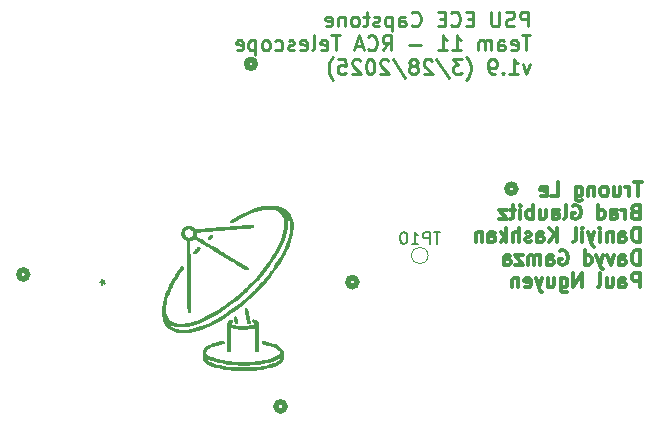
<source format=gbo>
G04 #@! TF.GenerationSoftware,KiCad,Pcbnew,8.0.8*
G04 #@! TF.CreationDate,2025-03-28T18:21:51-07:00*
G04 #@! TF.ProjectId,RCA Radio Telescope,52434120-5261-4646-996f-2054656c6573,1.9*
G04 #@! TF.SameCoordinates,Original*
G04 #@! TF.FileFunction,Legend,Bot*
G04 #@! TF.FilePolarity,Positive*
%FSLAX46Y46*%
G04 Gerber Fmt 4.6, Leading zero omitted, Abs format (unit mm)*
G04 Created by KiCad (PCBNEW 8.0.8) date 2025-03-28 18:21:51*
%MOMM*%
%LPD*%
G01*
G04 APERTURE LIST*
%ADD10C,0.250000*%
%ADD11C,0.300000*%
%ADD12C,0.150000*%
%ADD13C,0.508000*%
%ADD14C,0.000000*%
%ADD15C,0.120000*%
%ADD16C,1.422400*%
%ADD17C,2.800000*%
%ADD18C,1.360000*%
%ADD19C,1.803400*%
%ADD20C,0.499999*%
%ADD21C,1.000000*%
G04 APERTURE END LIST*
D10*
X62287907Y-16309163D02*
X62287907Y-15059163D01*
X62287907Y-15059163D02*
X61811717Y-15059163D01*
X61811717Y-15059163D02*
X61692669Y-15118687D01*
X61692669Y-15118687D02*
X61633146Y-15178211D01*
X61633146Y-15178211D02*
X61573622Y-15297259D01*
X61573622Y-15297259D02*
X61573622Y-15475830D01*
X61573622Y-15475830D02*
X61633146Y-15594878D01*
X61633146Y-15594878D02*
X61692669Y-15654401D01*
X61692669Y-15654401D02*
X61811717Y-15713925D01*
X61811717Y-15713925D02*
X62287907Y-15713925D01*
X61097431Y-16249640D02*
X60918860Y-16309163D01*
X60918860Y-16309163D02*
X60621241Y-16309163D01*
X60621241Y-16309163D02*
X60502193Y-16249640D01*
X60502193Y-16249640D02*
X60442669Y-16190116D01*
X60442669Y-16190116D02*
X60383146Y-16071068D01*
X60383146Y-16071068D02*
X60383146Y-15952020D01*
X60383146Y-15952020D02*
X60442669Y-15832973D01*
X60442669Y-15832973D02*
X60502193Y-15773449D01*
X60502193Y-15773449D02*
X60621241Y-15713925D01*
X60621241Y-15713925D02*
X60859336Y-15654401D01*
X60859336Y-15654401D02*
X60978384Y-15594878D01*
X60978384Y-15594878D02*
X61037907Y-15535354D01*
X61037907Y-15535354D02*
X61097431Y-15416306D01*
X61097431Y-15416306D02*
X61097431Y-15297259D01*
X61097431Y-15297259D02*
X61037907Y-15178211D01*
X61037907Y-15178211D02*
X60978384Y-15118687D01*
X60978384Y-15118687D02*
X60859336Y-15059163D01*
X60859336Y-15059163D02*
X60561717Y-15059163D01*
X60561717Y-15059163D02*
X60383146Y-15118687D01*
X59847431Y-15059163D02*
X59847431Y-16071068D01*
X59847431Y-16071068D02*
X59787908Y-16190116D01*
X59787908Y-16190116D02*
X59728384Y-16249640D01*
X59728384Y-16249640D02*
X59609336Y-16309163D01*
X59609336Y-16309163D02*
X59371241Y-16309163D01*
X59371241Y-16309163D02*
X59252193Y-16249640D01*
X59252193Y-16249640D02*
X59192670Y-16190116D01*
X59192670Y-16190116D02*
X59133146Y-16071068D01*
X59133146Y-16071068D02*
X59133146Y-15059163D01*
X57585526Y-15654401D02*
X57168860Y-15654401D01*
X56990288Y-16309163D02*
X57585526Y-16309163D01*
X57585526Y-16309163D02*
X57585526Y-15059163D01*
X57585526Y-15059163D02*
X56990288Y-15059163D01*
X55740289Y-16190116D02*
X55799813Y-16249640D01*
X55799813Y-16249640D02*
X55978384Y-16309163D01*
X55978384Y-16309163D02*
X56097432Y-16309163D01*
X56097432Y-16309163D02*
X56276003Y-16249640D01*
X56276003Y-16249640D02*
X56395051Y-16130592D01*
X56395051Y-16130592D02*
X56454574Y-16011544D01*
X56454574Y-16011544D02*
X56514098Y-15773449D01*
X56514098Y-15773449D02*
X56514098Y-15594878D01*
X56514098Y-15594878D02*
X56454574Y-15356782D01*
X56454574Y-15356782D02*
X56395051Y-15237735D01*
X56395051Y-15237735D02*
X56276003Y-15118687D01*
X56276003Y-15118687D02*
X56097432Y-15059163D01*
X56097432Y-15059163D02*
X55978384Y-15059163D01*
X55978384Y-15059163D02*
X55799813Y-15118687D01*
X55799813Y-15118687D02*
X55740289Y-15178211D01*
X55204574Y-15654401D02*
X54787908Y-15654401D01*
X54609336Y-16309163D02*
X55204574Y-16309163D01*
X55204574Y-16309163D02*
X55204574Y-15059163D01*
X55204574Y-15059163D02*
X54609336Y-15059163D01*
X52406956Y-16190116D02*
X52466480Y-16249640D01*
X52466480Y-16249640D02*
X52645051Y-16309163D01*
X52645051Y-16309163D02*
X52764099Y-16309163D01*
X52764099Y-16309163D02*
X52942670Y-16249640D01*
X52942670Y-16249640D02*
X53061718Y-16130592D01*
X53061718Y-16130592D02*
X53121241Y-16011544D01*
X53121241Y-16011544D02*
X53180765Y-15773449D01*
X53180765Y-15773449D02*
X53180765Y-15594878D01*
X53180765Y-15594878D02*
X53121241Y-15356782D01*
X53121241Y-15356782D02*
X53061718Y-15237735D01*
X53061718Y-15237735D02*
X52942670Y-15118687D01*
X52942670Y-15118687D02*
X52764099Y-15059163D01*
X52764099Y-15059163D02*
X52645051Y-15059163D01*
X52645051Y-15059163D02*
X52466480Y-15118687D01*
X52466480Y-15118687D02*
X52406956Y-15178211D01*
X51335527Y-16309163D02*
X51335527Y-15654401D01*
X51335527Y-15654401D02*
X51395051Y-15535354D01*
X51395051Y-15535354D02*
X51514099Y-15475830D01*
X51514099Y-15475830D02*
X51752194Y-15475830D01*
X51752194Y-15475830D02*
X51871241Y-15535354D01*
X51335527Y-16249640D02*
X51454575Y-16309163D01*
X51454575Y-16309163D02*
X51752194Y-16309163D01*
X51752194Y-16309163D02*
X51871241Y-16249640D01*
X51871241Y-16249640D02*
X51930765Y-16130592D01*
X51930765Y-16130592D02*
X51930765Y-16011544D01*
X51930765Y-16011544D02*
X51871241Y-15892497D01*
X51871241Y-15892497D02*
X51752194Y-15832973D01*
X51752194Y-15832973D02*
X51454575Y-15832973D01*
X51454575Y-15832973D02*
X51335527Y-15773449D01*
X50740289Y-15475830D02*
X50740289Y-16725830D01*
X50740289Y-15535354D02*
X50621242Y-15475830D01*
X50621242Y-15475830D02*
X50383147Y-15475830D01*
X50383147Y-15475830D02*
X50264099Y-15535354D01*
X50264099Y-15535354D02*
X50204575Y-15594878D01*
X50204575Y-15594878D02*
X50145051Y-15713925D01*
X50145051Y-15713925D02*
X50145051Y-16071068D01*
X50145051Y-16071068D02*
X50204575Y-16190116D01*
X50204575Y-16190116D02*
X50264099Y-16249640D01*
X50264099Y-16249640D02*
X50383147Y-16309163D01*
X50383147Y-16309163D02*
X50621242Y-16309163D01*
X50621242Y-16309163D02*
X50740289Y-16249640D01*
X49668861Y-16249640D02*
X49549814Y-16309163D01*
X49549814Y-16309163D02*
X49311718Y-16309163D01*
X49311718Y-16309163D02*
X49192671Y-16249640D01*
X49192671Y-16249640D02*
X49133147Y-16130592D01*
X49133147Y-16130592D02*
X49133147Y-16071068D01*
X49133147Y-16071068D02*
X49192671Y-15952020D01*
X49192671Y-15952020D02*
X49311718Y-15892497D01*
X49311718Y-15892497D02*
X49490290Y-15892497D01*
X49490290Y-15892497D02*
X49609337Y-15832973D01*
X49609337Y-15832973D02*
X49668861Y-15713925D01*
X49668861Y-15713925D02*
X49668861Y-15654401D01*
X49668861Y-15654401D02*
X49609337Y-15535354D01*
X49609337Y-15535354D02*
X49490290Y-15475830D01*
X49490290Y-15475830D02*
X49311718Y-15475830D01*
X49311718Y-15475830D02*
X49192671Y-15535354D01*
X48776004Y-15475830D02*
X48299813Y-15475830D01*
X48597432Y-15059163D02*
X48597432Y-16130592D01*
X48597432Y-16130592D02*
X48537909Y-16249640D01*
X48537909Y-16249640D02*
X48418861Y-16309163D01*
X48418861Y-16309163D02*
X48299813Y-16309163D01*
X47704575Y-16309163D02*
X47823623Y-16249640D01*
X47823623Y-16249640D02*
X47883146Y-16190116D01*
X47883146Y-16190116D02*
X47942670Y-16071068D01*
X47942670Y-16071068D02*
X47942670Y-15713925D01*
X47942670Y-15713925D02*
X47883146Y-15594878D01*
X47883146Y-15594878D02*
X47823623Y-15535354D01*
X47823623Y-15535354D02*
X47704575Y-15475830D01*
X47704575Y-15475830D02*
X47526004Y-15475830D01*
X47526004Y-15475830D02*
X47406956Y-15535354D01*
X47406956Y-15535354D02*
X47347432Y-15594878D01*
X47347432Y-15594878D02*
X47287908Y-15713925D01*
X47287908Y-15713925D02*
X47287908Y-16071068D01*
X47287908Y-16071068D02*
X47347432Y-16190116D01*
X47347432Y-16190116D02*
X47406956Y-16249640D01*
X47406956Y-16249640D02*
X47526004Y-16309163D01*
X47526004Y-16309163D02*
X47704575Y-16309163D01*
X46752194Y-15475830D02*
X46752194Y-16309163D01*
X46752194Y-15594878D02*
X46692671Y-15535354D01*
X46692671Y-15535354D02*
X46573623Y-15475830D01*
X46573623Y-15475830D02*
X46395052Y-15475830D01*
X46395052Y-15475830D02*
X46276004Y-15535354D01*
X46276004Y-15535354D02*
X46216480Y-15654401D01*
X46216480Y-15654401D02*
X46216480Y-16309163D01*
X45145052Y-16249640D02*
X45264100Y-16309163D01*
X45264100Y-16309163D02*
X45502195Y-16309163D01*
X45502195Y-16309163D02*
X45621242Y-16249640D01*
X45621242Y-16249640D02*
X45680766Y-16130592D01*
X45680766Y-16130592D02*
X45680766Y-15654401D01*
X45680766Y-15654401D02*
X45621242Y-15535354D01*
X45621242Y-15535354D02*
X45502195Y-15475830D01*
X45502195Y-15475830D02*
X45264100Y-15475830D01*
X45264100Y-15475830D02*
X45145052Y-15535354D01*
X45145052Y-15535354D02*
X45085528Y-15654401D01*
X45085528Y-15654401D02*
X45085528Y-15773449D01*
X45085528Y-15773449D02*
X45680766Y-15892497D01*
X62466479Y-17071593D02*
X61752193Y-17071593D01*
X62109336Y-18321593D02*
X62109336Y-17071593D01*
X60859336Y-18262070D02*
X60978384Y-18321593D01*
X60978384Y-18321593D02*
X61216479Y-18321593D01*
X61216479Y-18321593D02*
X61335526Y-18262070D01*
X61335526Y-18262070D02*
X61395050Y-18143022D01*
X61395050Y-18143022D02*
X61395050Y-17666831D01*
X61395050Y-17666831D02*
X61335526Y-17547784D01*
X61335526Y-17547784D02*
X61216479Y-17488260D01*
X61216479Y-17488260D02*
X60978384Y-17488260D01*
X60978384Y-17488260D02*
X60859336Y-17547784D01*
X60859336Y-17547784D02*
X60799812Y-17666831D01*
X60799812Y-17666831D02*
X60799812Y-17785879D01*
X60799812Y-17785879D02*
X61395050Y-17904927D01*
X59728383Y-18321593D02*
X59728383Y-17666831D01*
X59728383Y-17666831D02*
X59787907Y-17547784D01*
X59787907Y-17547784D02*
X59906955Y-17488260D01*
X59906955Y-17488260D02*
X60145050Y-17488260D01*
X60145050Y-17488260D02*
X60264097Y-17547784D01*
X59728383Y-18262070D02*
X59847431Y-18321593D01*
X59847431Y-18321593D02*
X60145050Y-18321593D01*
X60145050Y-18321593D02*
X60264097Y-18262070D01*
X60264097Y-18262070D02*
X60323621Y-18143022D01*
X60323621Y-18143022D02*
X60323621Y-18023974D01*
X60323621Y-18023974D02*
X60264097Y-17904927D01*
X60264097Y-17904927D02*
X60145050Y-17845403D01*
X60145050Y-17845403D02*
X59847431Y-17845403D01*
X59847431Y-17845403D02*
X59728383Y-17785879D01*
X59133145Y-18321593D02*
X59133145Y-17488260D01*
X59133145Y-17607308D02*
X59073622Y-17547784D01*
X59073622Y-17547784D02*
X58954574Y-17488260D01*
X58954574Y-17488260D02*
X58776003Y-17488260D01*
X58776003Y-17488260D02*
X58656955Y-17547784D01*
X58656955Y-17547784D02*
X58597431Y-17666831D01*
X58597431Y-17666831D02*
X58597431Y-18321593D01*
X58597431Y-17666831D02*
X58537907Y-17547784D01*
X58537907Y-17547784D02*
X58418860Y-17488260D01*
X58418860Y-17488260D02*
X58240288Y-17488260D01*
X58240288Y-17488260D02*
X58121241Y-17547784D01*
X58121241Y-17547784D02*
X58061717Y-17666831D01*
X58061717Y-17666831D02*
X58061717Y-18321593D01*
X55859336Y-18321593D02*
X56573621Y-18321593D01*
X56216478Y-18321593D02*
X56216478Y-17071593D01*
X56216478Y-17071593D02*
X56335526Y-17250165D01*
X56335526Y-17250165D02*
X56454574Y-17369212D01*
X56454574Y-17369212D02*
X56573621Y-17428736D01*
X54668860Y-18321593D02*
X55383145Y-18321593D01*
X55026002Y-18321593D02*
X55026002Y-17071593D01*
X55026002Y-17071593D02*
X55145050Y-17250165D01*
X55145050Y-17250165D02*
X55264098Y-17369212D01*
X55264098Y-17369212D02*
X55383145Y-17428736D01*
X53180764Y-17845403D02*
X52228384Y-17845403D01*
X49966479Y-18321593D02*
X50383145Y-17726355D01*
X50680764Y-18321593D02*
X50680764Y-17071593D01*
X50680764Y-17071593D02*
X50204574Y-17071593D01*
X50204574Y-17071593D02*
X50085526Y-17131117D01*
X50085526Y-17131117D02*
X50026003Y-17190641D01*
X50026003Y-17190641D02*
X49966479Y-17309689D01*
X49966479Y-17309689D02*
X49966479Y-17488260D01*
X49966479Y-17488260D02*
X50026003Y-17607308D01*
X50026003Y-17607308D02*
X50085526Y-17666831D01*
X50085526Y-17666831D02*
X50204574Y-17726355D01*
X50204574Y-17726355D02*
X50680764Y-17726355D01*
X48716479Y-18202546D02*
X48776003Y-18262070D01*
X48776003Y-18262070D02*
X48954574Y-18321593D01*
X48954574Y-18321593D02*
X49073622Y-18321593D01*
X49073622Y-18321593D02*
X49252193Y-18262070D01*
X49252193Y-18262070D02*
X49371241Y-18143022D01*
X49371241Y-18143022D02*
X49430764Y-18023974D01*
X49430764Y-18023974D02*
X49490288Y-17785879D01*
X49490288Y-17785879D02*
X49490288Y-17607308D01*
X49490288Y-17607308D02*
X49430764Y-17369212D01*
X49430764Y-17369212D02*
X49371241Y-17250165D01*
X49371241Y-17250165D02*
X49252193Y-17131117D01*
X49252193Y-17131117D02*
X49073622Y-17071593D01*
X49073622Y-17071593D02*
X48954574Y-17071593D01*
X48954574Y-17071593D02*
X48776003Y-17131117D01*
X48776003Y-17131117D02*
X48716479Y-17190641D01*
X48240288Y-17964450D02*
X47645050Y-17964450D01*
X48359336Y-18321593D02*
X47942669Y-17071593D01*
X47942669Y-17071593D02*
X47526003Y-18321593D01*
X46335526Y-17071593D02*
X45621240Y-17071593D01*
X45978383Y-18321593D02*
X45978383Y-17071593D01*
X44728383Y-18262070D02*
X44847431Y-18321593D01*
X44847431Y-18321593D02*
X45085526Y-18321593D01*
X45085526Y-18321593D02*
X45204573Y-18262070D01*
X45204573Y-18262070D02*
X45264097Y-18143022D01*
X45264097Y-18143022D02*
X45264097Y-17666831D01*
X45264097Y-17666831D02*
X45204573Y-17547784D01*
X45204573Y-17547784D02*
X45085526Y-17488260D01*
X45085526Y-17488260D02*
X44847431Y-17488260D01*
X44847431Y-17488260D02*
X44728383Y-17547784D01*
X44728383Y-17547784D02*
X44668859Y-17666831D01*
X44668859Y-17666831D02*
X44668859Y-17785879D01*
X44668859Y-17785879D02*
X45264097Y-17904927D01*
X43954573Y-18321593D02*
X44073621Y-18262070D01*
X44073621Y-18262070D02*
X44133144Y-18143022D01*
X44133144Y-18143022D02*
X44133144Y-17071593D01*
X43002192Y-18262070D02*
X43121240Y-18321593D01*
X43121240Y-18321593D02*
X43359335Y-18321593D01*
X43359335Y-18321593D02*
X43478382Y-18262070D01*
X43478382Y-18262070D02*
X43537906Y-18143022D01*
X43537906Y-18143022D02*
X43537906Y-17666831D01*
X43537906Y-17666831D02*
X43478382Y-17547784D01*
X43478382Y-17547784D02*
X43359335Y-17488260D01*
X43359335Y-17488260D02*
X43121240Y-17488260D01*
X43121240Y-17488260D02*
X43002192Y-17547784D01*
X43002192Y-17547784D02*
X42942668Y-17666831D01*
X42942668Y-17666831D02*
X42942668Y-17785879D01*
X42942668Y-17785879D02*
X43537906Y-17904927D01*
X42466477Y-18262070D02*
X42347430Y-18321593D01*
X42347430Y-18321593D02*
X42109334Y-18321593D01*
X42109334Y-18321593D02*
X41990287Y-18262070D01*
X41990287Y-18262070D02*
X41930763Y-18143022D01*
X41930763Y-18143022D02*
X41930763Y-18083498D01*
X41930763Y-18083498D02*
X41990287Y-17964450D01*
X41990287Y-17964450D02*
X42109334Y-17904927D01*
X42109334Y-17904927D02*
X42287906Y-17904927D01*
X42287906Y-17904927D02*
X42406953Y-17845403D01*
X42406953Y-17845403D02*
X42466477Y-17726355D01*
X42466477Y-17726355D02*
X42466477Y-17666831D01*
X42466477Y-17666831D02*
X42406953Y-17547784D01*
X42406953Y-17547784D02*
X42287906Y-17488260D01*
X42287906Y-17488260D02*
X42109334Y-17488260D01*
X42109334Y-17488260D02*
X41990287Y-17547784D01*
X40859334Y-18262070D02*
X40978382Y-18321593D01*
X40978382Y-18321593D02*
X41216477Y-18321593D01*
X41216477Y-18321593D02*
X41335525Y-18262070D01*
X41335525Y-18262070D02*
X41395048Y-18202546D01*
X41395048Y-18202546D02*
X41454572Y-18083498D01*
X41454572Y-18083498D02*
X41454572Y-17726355D01*
X41454572Y-17726355D02*
X41395048Y-17607308D01*
X41395048Y-17607308D02*
X41335525Y-17547784D01*
X41335525Y-17547784D02*
X41216477Y-17488260D01*
X41216477Y-17488260D02*
X40978382Y-17488260D01*
X40978382Y-17488260D02*
X40859334Y-17547784D01*
X40145048Y-18321593D02*
X40264096Y-18262070D01*
X40264096Y-18262070D02*
X40323619Y-18202546D01*
X40323619Y-18202546D02*
X40383143Y-18083498D01*
X40383143Y-18083498D02*
X40383143Y-17726355D01*
X40383143Y-17726355D02*
X40323619Y-17607308D01*
X40323619Y-17607308D02*
X40264096Y-17547784D01*
X40264096Y-17547784D02*
X40145048Y-17488260D01*
X40145048Y-17488260D02*
X39966477Y-17488260D01*
X39966477Y-17488260D02*
X39847429Y-17547784D01*
X39847429Y-17547784D02*
X39787905Y-17607308D01*
X39787905Y-17607308D02*
X39728381Y-17726355D01*
X39728381Y-17726355D02*
X39728381Y-18083498D01*
X39728381Y-18083498D02*
X39787905Y-18202546D01*
X39787905Y-18202546D02*
X39847429Y-18262070D01*
X39847429Y-18262070D02*
X39966477Y-18321593D01*
X39966477Y-18321593D02*
X40145048Y-18321593D01*
X39192667Y-17488260D02*
X39192667Y-18738260D01*
X39192667Y-17547784D02*
X39073620Y-17488260D01*
X39073620Y-17488260D02*
X38835525Y-17488260D01*
X38835525Y-17488260D02*
X38716477Y-17547784D01*
X38716477Y-17547784D02*
X38656953Y-17607308D01*
X38656953Y-17607308D02*
X38597429Y-17726355D01*
X38597429Y-17726355D02*
X38597429Y-18083498D01*
X38597429Y-18083498D02*
X38656953Y-18202546D01*
X38656953Y-18202546D02*
X38716477Y-18262070D01*
X38716477Y-18262070D02*
X38835525Y-18321593D01*
X38835525Y-18321593D02*
X39073620Y-18321593D01*
X39073620Y-18321593D02*
X39192667Y-18262070D01*
X37585525Y-18262070D02*
X37704573Y-18321593D01*
X37704573Y-18321593D02*
X37942668Y-18321593D01*
X37942668Y-18321593D02*
X38061715Y-18262070D01*
X38061715Y-18262070D02*
X38121239Y-18143022D01*
X38121239Y-18143022D02*
X38121239Y-17666831D01*
X38121239Y-17666831D02*
X38061715Y-17547784D01*
X38061715Y-17547784D02*
X37942668Y-17488260D01*
X37942668Y-17488260D02*
X37704573Y-17488260D01*
X37704573Y-17488260D02*
X37585525Y-17547784D01*
X37585525Y-17547784D02*
X37526001Y-17666831D01*
X37526001Y-17666831D02*
X37526001Y-17785879D01*
X37526001Y-17785879D02*
X38121239Y-17904927D01*
X62406955Y-19500690D02*
X62109336Y-20334023D01*
X62109336Y-20334023D02*
X61811717Y-19500690D01*
X60680765Y-20334023D02*
X61395050Y-20334023D01*
X61037907Y-20334023D02*
X61037907Y-19084023D01*
X61037907Y-19084023D02*
X61156955Y-19262595D01*
X61156955Y-19262595D02*
X61276003Y-19381642D01*
X61276003Y-19381642D02*
X61395050Y-19441166D01*
X60145050Y-20214976D02*
X60085527Y-20274500D01*
X60085527Y-20274500D02*
X60145050Y-20334023D01*
X60145050Y-20334023D02*
X60204574Y-20274500D01*
X60204574Y-20274500D02*
X60145050Y-20214976D01*
X60145050Y-20214976D02*
X60145050Y-20334023D01*
X59490289Y-20334023D02*
X59252193Y-20334023D01*
X59252193Y-20334023D02*
X59133146Y-20274500D01*
X59133146Y-20274500D02*
X59073622Y-20214976D01*
X59073622Y-20214976D02*
X58954574Y-20036404D01*
X58954574Y-20036404D02*
X58895051Y-19798309D01*
X58895051Y-19798309D02*
X58895051Y-19322119D01*
X58895051Y-19322119D02*
X58954574Y-19203071D01*
X58954574Y-19203071D02*
X59014098Y-19143547D01*
X59014098Y-19143547D02*
X59133146Y-19084023D01*
X59133146Y-19084023D02*
X59371241Y-19084023D01*
X59371241Y-19084023D02*
X59490289Y-19143547D01*
X59490289Y-19143547D02*
X59549812Y-19203071D01*
X59549812Y-19203071D02*
X59609336Y-19322119D01*
X59609336Y-19322119D02*
X59609336Y-19619738D01*
X59609336Y-19619738D02*
X59549812Y-19738785D01*
X59549812Y-19738785D02*
X59490289Y-19798309D01*
X59490289Y-19798309D02*
X59371241Y-19857833D01*
X59371241Y-19857833D02*
X59133146Y-19857833D01*
X59133146Y-19857833D02*
X59014098Y-19798309D01*
X59014098Y-19798309D02*
X58954574Y-19738785D01*
X58954574Y-19738785D02*
X58895051Y-19619738D01*
X57049813Y-20810214D02*
X57109336Y-20750690D01*
X57109336Y-20750690D02*
X57228384Y-20572119D01*
X57228384Y-20572119D02*
X57287908Y-20453071D01*
X57287908Y-20453071D02*
X57347432Y-20274500D01*
X57347432Y-20274500D02*
X57406955Y-19976880D01*
X57406955Y-19976880D02*
X57406955Y-19738785D01*
X57406955Y-19738785D02*
X57347432Y-19441166D01*
X57347432Y-19441166D02*
X57287908Y-19262595D01*
X57287908Y-19262595D02*
X57228384Y-19143547D01*
X57228384Y-19143547D02*
X57109336Y-18964976D01*
X57109336Y-18964976D02*
X57049813Y-18905452D01*
X56692670Y-19084023D02*
X55918861Y-19084023D01*
X55918861Y-19084023D02*
X56335527Y-19560214D01*
X56335527Y-19560214D02*
X56156956Y-19560214D01*
X56156956Y-19560214D02*
X56037908Y-19619738D01*
X56037908Y-19619738D02*
X55978384Y-19679261D01*
X55978384Y-19679261D02*
X55918861Y-19798309D01*
X55918861Y-19798309D02*
X55918861Y-20095928D01*
X55918861Y-20095928D02*
X55978384Y-20214976D01*
X55978384Y-20214976D02*
X56037908Y-20274500D01*
X56037908Y-20274500D02*
X56156956Y-20334023D01*
X56156956Y-20334023D02*
X56514099Y-20334023D01*
X56514099Y-20334023D02*
X56633146Y-20274500D01*
X56633146Y-20274500D02*
X56692670Y-20214976D01*
X54490289Y-19024500D02*
X55561718Y-20631642D01*
X54133146Y-19203071D02*
X54073622Y-19143547D01*
X54073622Y-19143547D02*
X53954575Y-19084023D01*
X53954575Y-19084023D02*
X53656956Y-19084023D01*
X53656956Y-19084023D02*
X53537908Y-19143547D01*
X53537908Y-19143547D02*
X53478384Y-19203071D01*
X53478384Y-19203071D02*
X53418861Y-19322119D01*
X53418861Y-19322119D02*
X53418861Y-19441166D01*
X53418861Y-19441166D02*
X53478384Y-19619738D01*
X53478384Y-19619738D02*
X54192670Y-20334023D01*
X54192670Y-20334023D02*
X53418861Y-20334023D01*
X52704575Y-19619738D02*
X52823623Y-19560214D01*
X52823623Y-19560214D02*
X52883146Y-19500690D01*
X52883146Y-19500690D02*
X52942670Y-19381642D01*
X52942670Y-19381642D02*
X52942670Y-19322119D01*
X52942670Y-19322119D02*
X52883146Y-19203071D01*
X52883146Y-19203071D02*
X52823623Y-19143547D01*
X52823623Y-19143547D02*
X52704575Y-19084023D01*
X52704575Y-19084023D02*
X52466480Y-19084023D01*
X52466480Y-19084023D02*
X52347432Y-19143547D01*
X52347432Y-19143547D02*
X52287908Y-19203071D01*
X52287908Y-19203071D02*
X52228385Y-19322119D01*
X52228385Y-19322119D02*
X52228385Y-19381642D01*
X52228385Y-19381642D02*
X52287908Y-19500690D01*
X52287908Y-19500690D02*
X52347432Y-19560214D01*
X52347432Y-19560214D02*
X52466480Y-19619738D01*
X52466480Y-19619738D02*
X52704575Y-19619738D01*
X52704575Y-19619738D02*
X52823623Y-19679261D01*
X52823623Y-19679261D02*
X52883146Y-19738785D01*
X52883146Y-19738785D02*
X52942670Y-19857833D01*
X52942670Y-19857833D02*
X52942670Y-20095928D01*
X52942670Y-20095928D02*
X52883146Y-20214976D01*
X52883146Y-20214976D02*
X52823623Y-20274500D01*
X52823623Y-20274500D02*
X52704575Y-20334023D01*
X52704575Y-20334023D02*
X52466480Y-20334023D01*
X52466480Y-20334023D02*
X52347432Y-20274500D01*
X52347432Y-20274500D02*
X52287908Y-20214976D01*
X52287908Y-20214976D02*
X52228385Y-20095928D01*
X52228385Y-20095928D02*
X52228385Y-19857833D01*
X52228385Y-19857833D02*
X52287908Y-19738785D01*
X52287908Y-19738785D02*
X52347432Y-19679261D01*
X52347432Y-19679261D02*
X52466480Y-19619738D01*
X50799813Y-19024500D02*
X51871242Y-20631642D01*
X50442670Y-19203071D02*
X50383146Y-19143547D01*
X50383146Y-19143547D02*
X50264099Y-19084023D01*
X50264099Y-19084023D02*
X49966480Y-19084023D01*
X49966480Y-19084023D02*
X49847432Y-19143547D01*
X49847432Y-19143547D02*
X49787908Y-19203071D01*
X49787908Y-19203071D02*
X49728385Y-19322119D01*
X49728385Y-19322119D02*
X49728385Y-19441166D01*
X49728385Y-19441166D02*
X49787908Y-19619738D01*
X49787908Y-19619738D02*
X50502194Y-20334023D01*
X50502194Y-20334023D02*
X49728385Y-20334023D01*
X48954575Y-19084023D02*
X48835528Y-19084023D01*
X48835528Y-19084023D02*
X48716480Y-19143547D01*
X48716480Y-19143547D02*
X48656956Y-19203071D01*
X48656956Y-19203071D02*
X48597432Y-19322119D01*
X48597432Y-19322119D02*
X48537909Y-19560214D01*
X48537909Y-19560214D02*
X48537909Y-19857833D01*
X48537909Y-19857833D02*
X48597432Y-20095928D01*
X48597432Y-20095928D02*
X48656956Y-20214976D01*
X48656956Y-20214976D02*
X48716480Y-20274500D01*
X48716480Y-20274500D02*
X48835528Y-20334023D01*
X48835528Y-20334023D02*
X48954575Y-20334023D01*
X48954575Y-20334023D02*
X49073623Y-20274500D01*
X49073623Y-20274500D02*
X49133147Y-20214976D01*
X49133147Y-20214976D02*
X49192670Y-20095928D01*
X49192670Y-20095928D02*
X49252194Y-19857833D01*
X49252194Y-19857833D02*
X49252194Y-19560214D01*
X49252194Y-19560214D02*
X49192670Y-19322119D01*
X49192670Y-19322119D02*
X49133147Y-19203071D01*
X49133147Y-19203071D02*
X49073623Y-19143547D01*
X49073623Y-19143547D02*
X48954575Y-19084023D01*
X48061718Y-19203071D02*
X48002194Y-19143547D01*
X48002194Y-19143547D02*
X47883147Y-19084023D01*
X47883147Y-19084023D02*
X47585528Y-19084023D01*
X47585528Y-19084023D02*
X47466480Y-19143547D01*
X47466480Y-19143547D02*
X47406956Y-19203071D01*
X47406956Y-19203071D02*
X47347433Y-19322119D01*
X47347433Y-19322119D02*
X47347433Y-19441166D01*
X47347433Y-19441166D02*
X47406956Y-19619738D01*
X47406956Y-19619738D02*
X48121242Y-20334023D01*
X48121242Y-20334023D02*
X47347433Y-20334023D01*
X46216480Y-19084023D02*
X46811718Y-19084023D01*
X46811718Y-19084023D02*
X46871242Y-19679261D01*
X46871242Y-19679261D02*
X46811718Y-19619738D01*
X46811718Y-19619738D02*
X46692671Y-19560214D01*
X46692671Y-19560214D02*
X46395052Y-19560214D01*
X46395052Y-19560214D02*
X46276004Y-19619738D01*
X46276004Y-19619738D02*
X46216480Y-19679261D01*
X46216480Y-19679261D02*
X46156957Y-19798309D01*
X46156957Y-19798309D02*
X46156957Y-20095928D01*
X46156957Y-20095928D02*
X46216480Y-20214976D01*
X46216480Y-20214976D02*
X46276004Y-20274500D01*
X46276004Y-20274500D02*
X46395052Y-20334023D01*
X46395052Y-20334023D02*
X46692671Y-20334023D01*
X46692671Y-20334023D02*
X46811718Y-20274500D01*
X46811718Y-20274500D02*
X46871242Y-20214976D01*
X45740290Y-20810214D02*
X45680766Y-20750690D01*
X45680766Y-20750690D02*
X45561719Y-20572119D01*
X45561719Y-20572119D02*
X45502195Y-20453071D01*
X45502195Y-20453071D02*
X45442671Y-20274500D01*
X45442671Y-20274500D02*
X45383147Y-19976880D01*
X45383147Y-19976880D02*
X45383147Y-19738785D01*
X45383147Y-19738785D02*
X45442671Y-19441166D01*
X45442671Y-19441166D02*
X45502195Y-19262595D01*
X45502195Y-19262595D02*
X45561719Y-19143547D01*
X45561719Y-19143547D02*
X45680766Y-18964976D01*
X45680766Y-18964976D02*
X45740290Y-18905452D01*
D11*
X71888346Y-29477877D02*
X71202632Y-29477877D01*
X71545489Y-30677877D02*
X71545489Y-29477877D01*
X70802631Y-30677877D02*
X70802631Y-29877877D01*
X70802631Y-30106449D02*
X70745488Y-29992163D01*
X70745488Y-29992163D02*
X70688346Y-29935020D01*
X70688346Y-29935020D02*
X70574060Y-29877877D01*
X70574060Y-29877877D02*
X70459774Y-29877877D01*
X69545489Y-29877877D02*
X69545489Y-30677877D01*
X70059774Y-29877877D02*
X70059774Y-30506449D01*
X70059774Y-30506449D02*
X70002631Y-30620735D01*
X70002631Y-30620735D02*
X69888346Y-30677877D01*
X69888346Y-30677877D02*
X69716917Y-30677877D01*
X69716917Y-30677877D02*
X69602631Y-30620735D01*
X69602631Y-30620735D02*
X69545489Y-30563592D01*
X68802632Y-30677877D02*
X68916917Y-30620735D01*
X68916917Y-30620735D02*
X68974060Y-30563592D01*
X68974060Y-30563592D02*
X69031203Y-30449306D01*
X69031203Y-30449306D02*
X69031203Y-30106449D01*
X69031203Y-30106449D02*
X68974060Y-29992163D01*
X68974060Y-29992163D02*
X68916917Y-29935020D01*
X68916917Y-29935020D02*
X68802632Y-29877877D01*
X68802632Y-29877877D02*
X68631203Y-29877877D01*
X68631203Y-29877877D02*
X68516917Y-29935020D01*
X68516917Y-29935020D02*
X68459775Y-29992163D01*
X68459775Y-29992163D02*
X68402632Y-30106449D01*
X68402632Y-30106449D02*
X68402632Y-30449306D01*
X68402632Y-30449306D02*
X68459775Y-30563592D01*
X68459775Y-30563592D02*
X68516917Y-30620735D01*
X68516917Y-30620735D02*
X68631203Y-30677877D01*
X68631203Y-30677877D02*
X68802632Y-30677877D01*
X67888346Y-29877877D02*
X67888346Y-30677877D01*
X67888346Y-29992163D02*
X67831203Y-29935020D01*
X67831203Y-29935020D02*
X67716918Y-29877877D01*
X67716918Y-29877877D02*
X67545489Y-29877877D01*
X67545489Y-29877877D02*
X67431203Y-29935020D01*
X67431203Y-29935020D02*
X67374061Y-30049306D01*
X67374061Y-30049306D02*
X67374061Y-30677877D01*
X66288347Y-29877877D02*
X66288347Y-30849306D01*
X66288347Y-30849306D02*
X66345489Y-30963592D01*
X66345489Y-30963592D02*
X66402632Y-31020735D01*
X66402632Y-31020735D02*
X66516918Y-31077877D01*
X66516918Y-31077877D02*
X66688347Y-31077877D01*
X66688347Y-31077877D02*
X66802632Y-31020735D01*
X66288347Y-30620735D02*
X66402632Y-30677877D01*
X66402632Y-30677877D02*
X66631204Y-30677877D01*
X66631204Y-30677877D02*
X66745489Y-30620735D01*
X66745489Y-30620735D02*
X66802632Y-30563592D01*
X66802632Y-30563592D02*
X66859775Y-30449306D01*
X66859775Y-30449306D02*
X66859775Y-30106449D01*
X66859775Y-30106449D02*
X66802632Y-29992163D01*
X66802632Y-29992163D02*
X66745489Y-29935020D01*
X66745489Y-29935020D02*
X66631204Y-29877877D01*
X66631204Y-29877877D02*
X66402632Y-29877877D01*
X66402632Y-29877877D02*
X66288347Y-29935020D01*
X64231204Y-30677877D02*
X64802632Y-30677877D01*
X64802632Y-30677877D02*
X64802632Y-29477877D01*
X63374060Y-30620735D02*
X63488346Y-30677877D01*
X63488346Y-30677877D02*
X63716918Y-30677877D01*
X63716918Y-30677877D02*
X63831203Y-30620735D01*
X63831203Y-30620735D02*
X63888346Y-30506449D01*
X63888346Y-30506449D02*
X63888346Y-30049306D01*
X63888346Y-30049306D02*
X63831203Y-29935020D01*
X63831203Y-29935020D02*
X63716918Y-29877877D01*
X63716918Y-29877877D02*
X63488346Y-29877877D01*
X63488346Y-29877877D02*
X63374060Y-29935020D01*
X63374060Y-29935020D02*
X63316918Y-30049306D01*
X63316918Y-30049306D02*
X63316918Y-30163592D01*
X63316918Y-30163592D02*
X63888346Y-30277877D01*
X71316917Y-31981239D02*
X71145489Y-32038382D01*
X71145489Y-32038382D02*
X71088346Y-32095525D01*
X71088346Y-32095525D02*
X71031203Y-32209810D01*
X71031203Y-32209810D02*
X71031203Y-32381239D01*
X71031203Y-32381239D02*
X71088346Y-32495525D01*
X71088346Y-32495525D02*
X71145489Y-32552668D01*
X71145489Y-32552668D02*
X71259774Y-32609810D01*
X71259774Y-32609810D02*
X71716917Y-32609810D01*
X71716917Y-32609810D02*
X71716917Y-31409810D01*
X71716917Y-31409810D02*
X71316917Y-31409810D01*
X71316917Y-31409810D02*
X71202632Y-31466953D01*
X71202632Y-31466953D02*
X71145489Y-31524096D01*
X71145489Y-31524096D02*
X71088346Y-31638382D01*
X71088346Y-31638382D02*
X71088346Y-31752668D01*
X71088346Y-31752668D02*
X71145489Y-31866953D01*
X71145489Y-31866953D02*
X71202632Y-31924096D01*
X71202632Y-31924096D02*
X71316917Y-31981239D01*
X71316917Y-31981239D02*
X71716917Y-31981239D01*
X70516917Y-32609810D02*
X70516917Y-31809810D01*
X70516917Y-32038382D02*
X70459774Y-31924096D01*
X70459774Y-31924096D02*
X70402632Y-31866953D01*
X70402632Y-31866953D02*
X70288346Y-31809810D01*
X70288346Y-31809810D02*
X70174060Y-31809810D01*
X69259775Y-32609810D02*
X69259775Y-31981239D01*
X69259775Y-31981239D02*
X69316917Y-31866953D01*
X69316917Y-31866953D02*
X69431203Y-31809810D01*
X69431203Y-31809810D02*
X69659775Y-31809810D01*
X69659775Y-31809810D02*
X69774060Y-31866953D01*
X69259775Y-32552668D02*
X69374060Y-32609810D01*
X69374060Y-32609810D02*
X69659775Y-32609810D01*
X69659775Y-32609810D02*
X69774060Y-32552668D01*
X69774060Y-32552668D02*
X69831203Y-32438382D01*
X69831203Y-32438382D02*
X69831203Y-32324096D01*
X69831203Y-32324096D02*
X69774060Y-32209810D01*
X69774060Y-32209810D02*
X69659775Y-32152668D01*
X69659775Y-32152668D02*
X69374060Y-32152668D01*
X69374060Y-32152668D02*
X69259775Y-32095525D01*
X68174061Y-32609810D02*
X68174061Y-31409810D01*
X68174061Y-32552668D02*
X68288346Y-32609810D01*
X68288346Y-32609810D02*
X68516918Y-32609810D01*
X68516918Y-32609810D02*
X68631203Y-32552668D01*
X68631203Y-32552668D02*
X68688346Y-32495525D01*
X68688346Y-32495525D02*
X68745489Y-32381239D01*
X68745489Y-32381239D02*
X68745489Y-32038382D01*
X68745489Y-32038382D02*
X68688346Y-31924096D01*
X68688346Y-31924096D02*
X68631203Y-31866953D01*
X68631203Y-31866953D02*
X68516918Y-31809810D01*
X68516918Y-31809810D02*
X68288346Y-31809810D01*
X68288346Y-31809810D02*
X68174061Y-31866953D01*
X66059775Y-31466953D02*
X66174061Y-31409810D01*
X66174061Y-31409810D02*
X66345489Y-31409810D01*
X66345489Y-31409810D02*
X66516918Y-31466953D01*
X66516918Y-31466953D02*
X66631203Y-31581239D01*
X66631203Y-31581239D02*
X66688346Y-31695525D01*
X66688346Y-31695525D02*
X66745489Y-31924096D01*
X66745489Y-31924096D02*
X66745489Y-32095525D01*
X66745489Y-32095525D02*
X66688346Y-32324096D01*
X66688346Y-32324096D02*
X66631203Y-32438382D01*
X66631203Y-32438382D02*
X66516918Y-32552668D01*
X66516918Y-32552668D02*
X66345489Y-32609810D01*
X66345489Y-32609810D02*
X66231203Y-32609810D01*
X66231203Y-32609810D02*
X66059775Y-32552668D01*
X66059775Y-32552668D02*
X66002632Y-32495525D01*
X66002632Y-32495525D02*
X66002632Y-32095525D01*
X66002632Y-32095525D02*
X66231203Y-32095525D01*
X65316918Y-32609810D02*
X65431203Y-32552668D01*
X65431203Y-32552668D02*
X65488346Y-32438382D01*
X65488346Y-32438382D02*
X65488346Y-31409810D01*
X64345490Y-32609810D02*
X64345490Y-31981239D01*
X64345490Y-31981239D02*
X64402632Y-31866953D01*
X64402632Y-31866953D02*
X64516918Y-31809810D01*
X64516918Y-31809810D02*
X64745490Y-31809810D01*
X64745490Y-31809810D02*
X64859775Y-31866953D01*
X64345490Y-32552668D02*
X64459775Y-32609810D01*
X64459775Y-32609810D02*
X64745490Y-32609810D01*
X64745490Y-32609810D02*
X64859775Y-32552668D01*
X64859775Y-32552668D02*
X64916918Y-32438382D01*
X64916918Y-32438382D02*
X64916918Y-32324096D01*
X64916918Y-32324096D02*
X64859775Y-32209810D01*
X64859775Y-32209810D02*
X64745490Y-32152668D01*
X64745490Y-32152668D02*
X64459775Y-32152668D01*
X64459775Y-32152668D02*
X64345490Y-32095525D01*
X63259776Y-31809810D02*
X63259776Y-32609810D01*
X63774061Y-31809810D02*
X63774061Y-32438382D01*
X63774061Y-32438382D02*
X63716918Y-32552668D01*
X63716918Y-32552668D02*
X63602633Y-32609810D01*
X63602633Y-32609810D02*
X63431204Y-32609810D01*
X63431204Y-32609810D02*
X63316918Y-32552668D01*
X63316918Y-32552668D02*
X63259776Y-32495525D01*
X62688347Y-32609810D02*
X62688347Y-31409810D01*
X62688347Y-31866953D02*
X62574062Y-31809810D01*
X62574062Y-31809810D02*
X62345490Y-31809810D01*
X62345490Y-31809810D02*
X62231204Y-31866953D01*
X62231204Y-31866953D02*
X62174062Y-31924096D01*
X62174062Y-31924096D02*
X62116919Y-32038382D01*
X62116919Y-32038382D02*
X62116919Y-32381239D01*
X62116919Y-32381239D02*
X62174062Y-32495525D01*
X62174062Y-32495525D02*
X62231204Y-32552668D01*
X62231204Y-32552668D02*
X62345490Y-32609810D01*
X62345490Y-32609810D02*
X62574062Y-32609810D01*
X62574062Y-32609810D02*
X62688347Y-32552668D01*
X61602633Y-32609810D02*
X61602633Y-31809810D01*
X61602633Y-31409810D02*
X61659776Y-31466953D01*
X61659776Y-31466953D02*
X61602633Y-31524096D01*
X61602633Y-31524096D02*
X61545490Y-31466953D01*
X61545490Y-31466953D02*
X61602633Y-31409810D01*
X61602633Y-31409810D02*
X61602633Y-31524096D01*
X61202633Y-31809810D02*
X60745490Y-31809810D01*
X61031204Y-31409810D02*
X61031204Y-32438382D01*
X61031204Y-32438382D02*
X60974061Y-32552668D01*
X60974061Y-32552668D02*
X60859776Y-32609810D01*
X60859776Y-32609810D02*
X60745490Y-32609810D01*
X60459776Y-31809810D02*
X59831205Y-31809810D01*
X59831205Y-31809810D02*
X60459776Y-32609810D01*
X60459776Y-32609810D02*
X59831205Y-32609810D01*
X71716917Y-34541743D02*
X71716917Y-33341743D01*
X71716917Y-33341743D02*
X71431203Y-33341743D01*
X71431203Y-33341743D02*
X71259774Y-33398886D01*
X71259774Y-33398886D02*
X71145489Y-33513172D01*
X71145489Y-33513172D02*
X71088346Y-33627458D01*
X71088346Y-33627458D02*
X71031203Y-33856029D01*
X71031203Y-33856029D02*
X71031203Y-34027458D01*
X71031203Y-34027458D02*
X71088346Y-34256029D01*
X71088346Y-34256029D02*
X71145489Y-34370315D01*
X71145489Y-34370315D02*
X71259774Y-34484601D01*
X71259774Y-34484601D02*
X71431203Y-34541743D01*
X71431203Y-34541743D02*
X71716917Y-34541743D01*
X70002632Y-34541743D02*
X70002632Y-33913172D01*
X70002632Y-33913172D02*
X70059774Y-33798886D01*
X70059774Y-33798886D02*
X70174060Y-33741743D01*
X70174060Y-33741743D02*
X70402632Y-33741743D01*
X70402632Y-33741743D02*
X70516917Y-33798886D01*
X70002632Y-34484601D02*
X70116917Y-34541743D01*
X70116917Y-34541743D02*
X70402632Y-34541743D01*
X70402632Y-34541743D02*
X70516917Y-34484601D01*
X70516917Y-34484601D02*
X70574060Y-34370315D01*
X70574060Y-34370315D02*
X70574060Y-34256029D01*
X70574060Y-34256029D02*
X70516917Y-34141743D01*
X70516917Y-34141743D02*
X70402632Y-34084601D01*
X70402632Y-34084601D02*
X70116917Y-34084601D01*
X70116917Y-34084601D02*
X70002632Y-34027458D01*
X69431203Y-33741743D02*
X69431203Y-34541743D01*
X69431203Y-33856029D02*
X69374060Y-33798886D01*
X69374060Y-33798886D02*
X69259775Y-33741743D01*
X69259775Y-33741743D02*
X69088346Y-33741743D01*
X69088346Y-33741743D02*
X68974060Y-33798886D01*
X68974060Y-33798886D02*
X68916918Y-33913172D01*
X68916918Y-33913172D02*
X68916918Y-34541743D01*
X68345489Y-34541743D02*
X68345489Y-33741743D01*
X68345489Y-33341743D02*
X68402632Y-33398886D01*
X68402632Y-33398886D02*
X68345489Y-33456029D01*
X68345489Y-33456029D02*
X68288346Y-33398886D01*
X68288346Y-33398886D02*
X68345489Y-33341743D01*
X68345489Y-33341743D02*
X68345489Y-33456029D01*
X67888346Y-33741743D02*
X67602632Y-34541743D01*
X67316917Y-33741743D02*
X67602632Y-34541743D01*
X67602632Y-34541743D02*
X67716917Y-34827458D01*
X67716917Y-34827458D02*
X67774060Y-34884601D01*
X67774060Y-34884601D02*
X67888346Y-34941743D01*
X66859774Y-34541743D02*
X66859774Y-33741743D01*
X66859774Y-33341743D02*
X66916917Y-33398886D01*
X66916917Y-33398886D02*
X66859774Y-33456029D01*
X66859774Y-33456029D02*
X66802631Y-33398886D01*
X66802631Y-33398886D02*
X66859774Y-33341743D01*
X66859774Y-33341743D02*
X66859774Y-33456029D01*
X66116917Y-34541743D02*
X66231202Y-34484601D01*
X66231202Y-34484601D02*
X66288345Y-34370315D01*
X66288345Y-34370315D02*
X66288345Y-33341743D01*
X64745488Y-34541743D02*
X64745488Y-33341743D01*
X64059774Y-34541743D02*
X64574060Y-33856029D01*
X64059774Y-33341743D02*
X64745488Y-34027458D01*
X63031203Y-34541743D02*
X63031203Y-33913172D01*
X63031203Y-33913172D02*
X63088345Y-33798886D01*
X63088345Y-33798886D02*
X63202631Y-33741743D01*
X63202631Y-33741743D02*
X63431203Y-33741743D01*
X63431203Y-33741743D02*
X63545488Y-33798886D01*
X63031203Y-34484601D02*
X63145488Y-34541743D01*
X63145488Y-34541743D02*
X63431203Y-34541743D01*
X63431203Y-34541743D02*
X63545488Y-34484601D01*
X63545488Y-34484601D02*
X63602631Y-34370315D01*
X63602631Y-34370315D02*
X63602631Y-34256029D01*
X63602631Y-34256029D02*
X63545488Y-34141743D01*
X63545488Y-34141743D02*
X63431203Y-34084601D01*
X63431203Y-34084601D02*
X63145488Y-34084601D01*
X63145488Y-34084601D02*
X63031203Y-34027458D01*
X62516917Y-34484601D02*
X62402631Y-34541743D01*
X62402631Y-34541743D02*
X62174060Y-34541743D01*
X62174060Y-34541743D02*
X62059774Y-34484601D01*
X62059774Y-34484601D02*
X62002631Y-34370315D01*
X62002631Y-34370315D02*
X62002631Y-34313172D01*
X62002631Y-34313172D02*
X62059774Y-34198886D01*
X62059774Y-34198886D02*
X62174060Y-34141743D01*
X62174060Y-34141743D02*
X62345489Y-34141743D01*
X62345489Y-34141743D02*
X62459774Y-34084601D01*
X62459774Y-34084601D02*
X62516917Y-33970315D01*
X62516917Y-33970315D02*
X62516917Y-33913172D01*
X62516917Y-33913172D02*
X62459774Y-33798886D01*
X62459774Y-33798886D02*
X62345489Y-33741743D01*
X62345489Y-33741743D02*
X62174060Y-33741743D01*
X62174060Y-33741743D02*
X62059774Y-33798886D01*
X61488345Y-34541743D02*
X61488345Y-33341743D01*
X60974060Y-34541743D02*
X60974060Y-33913172D01*
X60974060Y-33913172D02*
X61031202Y-33798886D01*
X61031202Y-33798886D02*
X61145488Y-33741743D01*
X61145488Y-33741743D02*
X61316917Y-33741743D01*
X61316917Y-33741743D02*
X61431202Y-33798886D01*
X61431202Y-33798886D02*
X61488345Y-33856029D01*
X60402631Y-34541743D02*
X60402631Y-33341743D01*
X60288346Y-34084601D02*
X59945488Y-34541743D01*
X59945488Y-33741743D02*
X60402631Y-34198886D01*
X58916917Y-34541743D02*
X58916917Y-33913172D01*
X58916917Y-33913172D02*
X58974059Y-33798886D01*
X58974059Y-33798886D02*
X59088345Y-33741743D01*
X59088345Y-33741743D02*
X59316917Y-33741743D01*
X59316917Y-33741743D02*
X59431202Y-33798886D01*
X58916917Y-34484601D02*
X59031202Y-34541743D01*
X59031202Y-34541743D02*
X59316917Y-34541743D01*
X59316917Y-34541743D02*
X59431202Y-34484601D01*
X59431202Y-34484601D02*
X59488345Y-34370315D01*
X59488345Y-34370315D02*
X59488345Y-34256029D01*
X59488345Y-34256029D02*
X59431202Y-34141743D01*
X59431202Y-34141743D02*
X59316917Y-34084601D01*
X59316917Y-34084601D02*
X59031202Y-34084601D01*
X59031202Y-34084601D02*
X58916917Y-34027458D01*
X58345488Y-33741743D02*
X58345488Y-34541743D01*
X58345488Y-33856029D02*
X58288345Y-33798886D01*
X58288345Y-33798886D02*
X58174060Y-33741743D01*
X58174060Y-33741743D02*
X58002631Y-33741743D01*
X58002631Y-33741743D02*
X57888345Y-33798886D01*
X57888345Y-33798886D02*
X57831203Y-33913172D01*
X57831203Y-33913172D02*
X57831203Y-34541743D01*
X71716917Y-36473676D02*
X71716917Y-35273676D01*
X71716917Y-35273676D02*
X71431203Y-35273676D01*
X71431203Y-35273676D02*
X71259774Y-35330819D01*
X71259774Y-35330819D02*
X71145489Y-35445105D01*
X71145489Y-35445105D02*
X71088346Y-35559391D01*
X71088346Y-35559391D02*
X71031203Y-35787962D01*
X71031203Y-35787962D02*
X71031203Y-35959391D01*
X71031203Y-35959391D02*
X71088346Y-36187962D01*
X71088346Y-36187962D02*
X71145489Y-36302248D01*
X71145489Y-36302248D02*
X71259774Y-36416534D01*
X71259774Y-36416534D02*
X71431203Y-36473676D01*
X71431203Y-36473676D02*
X71716917Y-36473676D01*
X70002632Y-36473676D02*
X70002632Y-35845105D01*
X70002632Y-35845105D02*
X70059774Y-35730819D01*
X70059774Y-35730819D02*
X70174060Y-35673676D01*
X70174060Y-35673676D02*
X70402632Y-35673676D01*
X70402632Y-35673676D02*
X70516917Y-35730819D01*
X70002632Y-36416534D02*
X70116917Y-36473676D01*
X70116917Y-36473676D02*
X70402632Y-36473676D01*
X70402632Y-36473676D02*
X70516917Y-36416534D01*
X70516917Y-36416534D02*
X70574060Y-36302248D01*
X70574060Y-36302248D02*
X70574060Y-36187962D01*
X70574060Y-36187962D02*
X70516917Y-36073676D01*
X70516917Y-36073676D02*
X70402632Y-36016534D01*
X70402632Y-36016534D02*
X70116917Y-36016534D01*
X70116917Y-36016534D02*
X70002632Y-35959391D01*
X69545489Y-35673676D02*
X69259775Y-36473676D01*
X69259775Y-36473676D02*
X68974060Y-35673676D01*
X68631203Y-35673676D02*
X68345489Y-36473676D01*
X68059774Y-35673676D02*
X68345489Y-36473676D01*
X68345489Y-36473676D02*
X68459774Y-36759391D01*
X68459774Y-36759391D02*
X68516917Y-36816534D01*
X68516917Y-36816534D02*
X68631203Y-36873676D01*
X67088346Y-36473676D02*
X67088346Y-35273676D01*
X67088346Y-36416534D02*
X67202631Y-36473676D01*
X67202631Y-36473676D02*
X67431203Y-36473676D01*
X67431203Y-36473676D02*
X67545488Y-36416534D01*
X67545488Y-36416534D02*
X67602631Y-36359391D01*
X67602631Y-36359391D02*
X67659774Y-36245105D01*
X67659774Y-36245105D02*
X67659774Y-35902248D01*
X67659774Y-35902248D02*
X67602631Y-35787962D01*
X67602631Y-35787962D02*
X67545488Y-35730819D01*
X67545488Y-35730819D02*
X67431203Y-35673676D01*
X67431203Y-35673676D02*
X67202631Y-35673676D01*
X67202631Y-35673676D02*
X67088346Y-35730819D01*
X64974060Y-35330819D02*
X65088346Y-35273676D01*
X65088346Y-35273676D02*
X65259774Y-35273676D01*
X65259774Y-35273676D02*
X65431203Y-35330819D01*
X65431203Y-35330819D02*
X65545488Y-35445105D01*
X65545488Y-35445105D02*
X65602631Y-35559391D01*
X65602631Y-35559391D02*
X65659774Y-35787962D01*
X65659774Y-35787962D02*
X65659774Y-35959391D01*
X65659774Y-35959391D02*
X65602631Y-36187962D01*
X65602631Y-36187962D02*
X65545488Y-36302248D01*
X65545488Y-36302248D02*
X65431203Y-36416534D01*
X65431203Y-36416534D02*
X65259774Y-36473676D01*
X65259774Y-36473676D02*
X65145488Y-36473676D01*
X65145488Y-36473676D02*
X64974060Y-36416534D01*
X64974060Y-36416534D02*
X64916917Y-36359391D01*
X64916917Y-36359391D02*
X64916917Y-35959391D01*
X64916917Y-35959391D02*
X65145488Y-35959391D01*
X63888346Y-36473676D02*
X63888346Y-35845105D01*
X63888346Y-35845105D02*
X63945488Y-35730819D01*
X63945488Y-35730819D02*
X64059774Y-35673676D01*
X64059774Y-35673676D02*
X64288346Y-35673676D01*
X64288346Y-35673676D02*
X64402631Y-35730819D01*
X63888346Y-36416534D02*
X64002631Y-36473676D01*
X64002631Y-36473676D02*
X64288346Y-36473676D01*
X64288346Y-36473676D02*
X64402631Y-36416534D01*
X64402631Y-36416534D02*
X64459774Y-36302248D01*
X64459774Y-36302248D02*
X64459774Y-36187962D01*
X64459774Y-36187962D02*
X64402631Y-36073676D01*
X64402631Y-36073676D02*
X64288346Y-36016534D01*
X64288346Y-36016534D02*
X64002631Y-36016534D01*
X64002631Y-36016534D02*
X63888346Y-35959391D01*
X63316917Y-36473676D02*
X63316917Y-35673676D01*
X63316917Y-35787962D02*
X63259774Y-35730819D01*
X63259774Y-35730819D02*
X63145489Y-35673676D01*
X63145489Y-35673676D02*
X62974060Y-35673676D01*
X62974060Y-35673676D02*
X62859774Y-35730819D01*
X62859774Y-35730819D02*
X62802632Y-35845105D01*
X62802632Y-35845105D02*
X62802632Y-36473676D01*
X62802632Y-35845105D02*
X62745489Y-35730819D01*
X62745489Y-35730819D02*
X62631203Y-35673676D01*
X62631203Y-35673676D02*
X62459774Y-35673676D01*
X62459774Y-35673676D02*
X62345489Y-35730819D01*
X62345489Y-35730819D02*
X62288346Y-35845105D01*
X62288346Y-35845105D02*
X62288346Y-36473676D01*
X61831203Y-35673676D02*
X61202632Y-35673676D01*
X61202632Y-35673676D02*
X61831203Y-36473676D01*
X61831203Y-36473676D02*
X61202632Y-36473676D01*
X60231203Y-36473676D02*
X60231203Y-35845105D01*
X60231203Y-35845105D02*
X60288345Y-35730819D01*
X60288345Y-35730819D02*
X60402631Y-35673676D01*
X60402631Y-35673676D02*
X60631203Y-35673676D01*
X60631203Y-35673676D02*
X60745488Y-35730819D01*
X60231203Y-36416534D02*
X60345488Y-36473676D01*
X60345488Y-36473676D02*
X60631203Y-36473676D01*
X60631203Y-36473676D02*
X60745488Y-36416534D01*
X60745488Y-36416534D02*
X60802631Y-36302248D01*
X60802631Y-36302248D02*
X60802631Y-36187962D01*
X60802631Y-36187962D02*
X60745488Y-36073676D01*
X60745488Y-36073676D02*
X60631203Y-36016534D01*
X60631203Y-36016534D02*
X60345488Y-36016534D01*
X60345488Y-36016534D02*
X60231203Y-35959391D01*
X71716917Y-38405609D02*
X71716917Y-37205609D01*
X71716917Y-37205609D02*
X71259774Y-37205609D01*
X71259774Y-37205609D02*
X71145489Y-37262752D01*
X71145489Y-37262752D02*
X71088346Y-37319895D01*
X71088346Y-37319895D02*
X71031203Y-37434181D01*
X71031203Y-37434181D02*
X71031203Y-37605609D01*
X71031203Y-37605609D02*
X71088346Y-37719895D01*
X71088346Y-37719895D02*
X71145489Y-37777038D01*
X71145489Y-37777038D02*
X71259774Y-37834181D01*
X71259774Y-37834181D02*
X71716917Y-37834181D01*
X70002632Y-38405609D02*
X70002632Y-37777038D01*
X70002632Y-37777038D02*
X70059774Y-37662752D01*
X70059774Y-37662752D02*
X70174060Y-37605609D01*
X70174060Y-37605609D02*
X70402632Y-37605609D01*
X70402632Y-37605609D02*
X70516917Y-37662752D01*
X70002632Y-38348467D02*
X70116917Y-38405609D01*
X70116917Y-38405609D02*
X70402632Y-38405609D01*
X70402632Y-38405609D02*
X70516917Y-38348467D01*
X70516917Y-38348467D02*
X70574060Y-38234181D01*
X70574060Y-38234181D02*
X70574060Y-38119895D01*
X70574060Y-38119895D02*
X70516917Y-38005609D01*
X70516917Y-38005609D02*
X70402632Y-37948467D01*
X70402632Y-37948467D02*
X70116917Y-37948467D01*
X70116917Y-37948467D02*
X70002632Y-37891324D01*
X68916918Y-37605609D02*
X68916918Y-38405609D01*
X69431203Y-37605609D02*
X69431203Y-38234181D01*
X69431203Y-38234181D02*
X69374060Y-38348467D01*
X69374060Y-38348467D02*
X69259775Y-38405609D01*
X69259775Y-38405609D02*
X69088346Y-38405609D01*
X69088346Y-38405609D02*
X68974060Y-38348467D01*
X68974060Y-38348467D02*
X68916918Y-38291324D01*
X68174061Y-38405609D02*
X68288346Y-38348467D01*
X68288346Y-38348467D02*
X68345489Y-38234181D01*
X68345489Y-38234181D02*
X68345489Y-37205609D01*
X66802632Y-38405609D02*
X66802632Y-37205609D01*
X66802632Y-37205609D02*
X66116918Y-38405609D01*
X66116918Y-38405609D02*
X66116918Y-37205609D01*
X65031204Y-37605609D02*
X65031204Y-38577038D01*
X65031204Y-38577038D02*
X65088346Y-38691324D01*
X65088346Y-38691324D02*
X65145489Y-38748467D01*
X65145489Y-38748467D02*
X65259775Y-38805609D01*
X65259775Y-38805609D02*
X65431204Y-38805609D01*
X65431204Y-38805609D02*
X65545489Y-38748467D01*
X65031204Y-38348467D02*
X65145489Y-38405609D01*
X65145489Y-38405609D02*
X65374061Y-38405609D01*
X65374061Y-38405609D02*
X65488346Y-38348467D01*
X65488346Y-38348467D02*
X65545489Y-38291324D01*
X65545489Y-38291324D02*
X65602632Y-38177038D01*
X65602632Y-38177038D02*
X65602632Y-37834181D01*
X65602632Y-37834181D02*
X65545489Y-37719895D01*
X65545489Y-37719895D02*
X65488346Y-37662752D01*
X65488346Y-37662752D02*
X65374061Y-37605609D01*
X65374061Y-37605609D02*
X65145489Y-37605609D01*
X65145489Y-37605609D02*
X65031204Y-37662752D01*
X63945490Y-37605609D02*
X63945490Y-38405609D01*
X64459775Y-37605609D02*
X64459775Y-38234181D01*
X64459775Y-38234181D02*
X64402632Y-38348467D01*
X64402632Y-38348467D02*
X64288347Y-38405609D01*
X64288347Y-38405609D02*
X64116918Y-38405609D01*
X64116918Y-38405609D02*
X64002632Y-38348467D01*
X64002632Y-38348467D02*
X63945490Y-38291324D01*
X63488347Y-37605609D02*
X63202633Y-38405609D01*
X62916918Y-37605609D02*
X63202633Y-38405609D01*
X63202633Y-38405609D02*
X63316918Y-38691324D01*
X63316918Y-38691324D02*
X63374061Y-38748467D01*
X63374061Y-38748467D02*
X63488347Y-38805609D01*
X62002632Y-38348467D02*
X62116918Y-38405609D01*
X62116918Y-38405609D02*
X62345490Y-38405609D01*
X62345490Y-38405609D02*
X62459775Y-38348467D01*
X62459775Y-38348467D02*
X62516918Y-38234181D01*
X62516918Y-38234181D02*
X62516918Y-37777038D01*
X62516918Y-37777038D02*
X62459775Y-37662752D01*
X62459775Y-37662752D02*
X62345490Y-37605609D01*
X62345490Y-37605609D02*
X62116918Y-37605609D01*
X62116918Y-37605609D02*
X62002632Y-37662752D01*
X62002632Y-37662752D02*
X61945490Y-37777038D01*
X61945490Y-37777038D02*
X61945490Y-37891324D01*
X61945490Y-37891324D02*
X62516918Y-38005609D01*
X61431204Y-37605609D02*
X61431204Y-38405609D01*
X61431204Y-37719895D02*
X61374061Y-37662752D01*
X61374061Y-37662752D02*
X61259776Y-37605609D01*
X61259776Y-37605609D02*
X61088347Y-37605609D01*
X61088347Y-37605609D02*
X60974061Y-37662752D01*
X60974061Y-37662752D02*
X60916919Y-37777038D01*
X60916919Y-37777038D02*
X60916919Y-38405609D01*
D12*
X26019019Y-37950799D02*
X26257114Y-37950799D01*
X26161876Y-38188894D02*
X26257114Y-37950799D01*
X26257114Y-37950799D02*
X26161876Y-37712704D01*
X26447590Y-38093656D02*
X26257114Y-37950799D01*
X26257114Y-37950799D02*
X26447590Y-37807942D01*
X54838094Y-33706819D02*
X54266666Y-33706819D01*
X54552380Y-34706819D02*
X54552380Y-33706819D01*
X53933332Y-34706819D02*
X53933332Y-33706819D01*
X53933332Y-33706819D02*
X53552380Y-33706819D01*
X53552380Y-33706819D02*
X53457142Y-33754438D01*
X53457142Y-33754438D02*
X53409523Y-33802057D01*
X53409523Y-33802057D02*
X53361904Y-33897295D01*
X53361904Y-33897295D02*
X53361904Y-34040152D01*
X53361904Y-34040152D02*
X53409523Y-34135390D01*
X53409523Y-34135390D02*
X53457142Y-34183009D01*
X53457142Y-34183009D02*
X53552380Y-34230628D01*
X53552380Y-34230628D02*
X53933332Y-34230628D01*
X52409523Y-34706819D02*
X52980951Y-34706819D01*
X52695237Y-34706819D02*
X52695237Y-33706819D01*
X52695237Y-33706819D02*
X52790475Y-33849676D01*
X52790475Y-33849676D02*
X52885713Y-33944914D01*
X52885713Y-33944914D02*
X52980951Y-33992533D01*
X51790475Y-33706819D02*
X51695237Y-33706819D01*
X51695237Y-33706819D02*
X51599999Y-33754438D01*
X51599999Y-33754438D02*
X51552380Y-33802057D01*
X51552380Y-33802057D02*
X51504761Y-33897295D01*
X51504761Y-33897295D02*
X51457142Y-34087771D01*
X51457142Y-34087771D02*
X51457142Y-34325866D01*
X51457142Y-34325866D02*
X51504761Y-34516342D01*
X51504761Y-34516342D02*
X51552380Y-34611580D01*
X51552380Y-34611580D02*
X51599999Y-34659200D01*
X51599999Y-34659200D02*
X51695237Y-34706819D01*
X51695237Y-34706819D02*
X51790475Y-34706819D01*
X51790475Y-34706819D02*
X51885713Y-34659200D01*
X51885713Y-34659200D02*
X51933332Y-34611580D01*
X51933332Y-34611580D02*
X51980951Y-34516342D01*
X51980951Y-34516342D02*
X52028570Y-34325866D01*
X52028570Y-34325866D02*
X52028570Y-34087771D01*
X52028570Y-34087771D02*
X51980951Y-33897295D01*
X51980951Y-33897295D02*
X51933332Y-33802057D01*
X51933332Y-33802057D02*
X51885713Y-33754438D01*
X51885713Y-33754438D02*
X51790475Y-33706819D01*
D13*
X47773500Y-37950600D02*
G75*
G02*
X47011500Y-37950600I-381000J0D01*
G01*
X47011500Y-37950600D02*
G75*
G02*
X47773500Y-37950600I381000J0D01*
G01*
X61238501Y-30049400D02*
G75*
G02*
X60476501Y-30049400I-381000J0D01*
G01*
X60476501Y-30049400D02*
G75*
G02*
X61238501Y-30049400I381000J0D01*
G01*
X19906000Y-37308600D02*
G75*
G02*
X19144000Y-37308600I-381000J0D01*
G01*
X19144000Y-37308600D02*
G75*
G02*
X19906000Y-37308600I381000J0D01*
G01*
X41689600Y-48475001D02*
G75*
G02*
X40927600Y-48475001I-381000J0D01*
G01*
X40927600Y-48475001D02*
G75*
G02*
X41689600Y-48475001I381000J0D01*
G01*
X39189600Y-19475001D02*
G75*
G02*
X38427600Y-19475001I-381000J0D01*
G01*
X38427600Y-19475001D02*
G75*
G02*
X39189600Y-19475001I381000J0D01*
G01*
D14*
G36*
X39741529Y-42949885D02*
G01*
X39734259Y-42957155D01*
X39726990Y-42949885D01*
X39734259Y-42942616D01*
X39741529Y-42949885D01*
G37*
G36*
X35532089Y-33947452D02*
G01*
X35580240Y-33979638D01*
X35614124Y-34026738D01*
X35626932Y-34083884D01*
X35626707Y-34097316D01*
X35622550Y-34130096D01*
X35610311Y-34159813D01*
X35586319Y-34191756D01*
X35546903Y-34231213D01*
X35488392Y-34283472D01*
X35446932Y-34319044D01*
X35406463Y-34350729D01*
X35375674Y-34368867D01*
X35348059Y-34377087D01*
X35317110Y-34379021D01*
X35258369Y-34371479D01*
X35209473Y-34343383D01*
X35176557Y-34292607D01*
X35165691Y-34259069D01*
X35164006Y-34212350D01*
X35181617Y-34165605D01*
X35220590Y-34114186D01*
X35282995Y-34053441D01*
X35308807Y-34030926D01*
X35358475Y-33990605D01*
X35401242Y-33959546D01*
X35429985Y-33943099D01*
X35476484Y-33935049D01*
X35532089Y-33947452D01*
G37*
G36*
X34427595Y-34956357D02*
G01*
X34478062Y-34980552D01*
X34515853Y-35021195D01*
X34537099Y-35072935D01*
X34537932Y-35130418D01*
X34514484Y-35188291D01*
X34504749Y-35201477D01*
X34474400Y-35237198D01*
X34431058Y-35284770D01*
X34378815Y-35340044D01*
X34321764Y-35398870D01*
X34263995Y-35457097D01*
X34209601Y-35510575D01*
X34162674Y-35555153D01*
X34127304Y-35586682D01*
X34107585Y-35601011D01*
X34073167Y-35611797D01*
X34038573Y-35610504D01*
X33993310Y-35594834D01*
X33968010Y-35580238D01*
X33928440Y-35536577D01*
X33905361Y-35481217D01*
X33904287Y-35424699D01*
X33914642Y-35402171D01*
X33943763Y-35360110D01*
X33987133Y-35306297D01*
X34040688Y-35244993D01*
X34100368Y-35180462D01*
X34162111Y-35116966D01*
X34221855Y-35058766D01*
X34275538Y-35010126D01*
X34319098Y-34975308D01*
X34348473Y-34958575D01*
X34368321Y-34953966D01*
X34427595Y-34956357D01*
G37*
G36*
X37506240Y-40849042D02*
G01*
X37559666Y-40863254D01*
X37608311Y-40896528D01*
X37640102Y-40940805D01*
X37640363Y-40941445D01*
X37654382Y-40983903D01*
X37670065Y-41044009D01*
X37686166Y-41115212D01*
X37701434Y-41190963D01*
X37714623Y-41264710D01*
X37724482Y-41329903D01*
X37729765Y-41379993D01*
X37729223Y-41408428D01*
X37728967Y-41409411D01*
X37710766Y-41446984D01*
X37681519Y-41482664D01*
X37635482Y-41510136D01*
X37578796Y-41518977D01*
X37522348Y-41508392D01*
X37474464Y-41480029D01*
X37443470Y-41435536D01*
X37441703Y-41430366D01*
X37432251Y-41396386D01*
X37418739Y-41342114D01*
X37402703Y-41273866D01*
X37385680Y-41197957D01*
X37368965Y-41120307D01*
X37357454Y-41061429D01*
X37351574Y-41020030D01*
X37350820Y-40990569D01*
X37354687Y-40967503D01*
X37362672Y-40945290D01*
X37363611Y-40943106D01*
X37397844Y-40895815D01*
X37447771Y-40861933D01*
X37502490Y-40848970D01*
X37506240Y-40849042D01*
G37*
G36*
X38440501Y-40135880D02*
G01*
X38495296Y-40156568D01*
X38536518Y-40196356D01*
X38537861Y-40198759D01*
X38548458Y-40227792D01*
X38563260Y-40279542D01*
X38581000Y-40349084D01*
X38600410Y-40431491D01*
X38620224Y-40521837D01*
X38636280Y-40597613D01*
X38662485Y-40720794D01*
X38689969Y-40849510D01*
X38716312Y-40972433D01*
X38739092Y-41078230D01*
X38756367Y-41160147D01*
X38772337Y-41239981D01*
X38784919Y-41307366D01*
X38793125Y-41356993D01*
X38795965Y-41383553D01*
X38791704Y-41416653D01*
X38765989Y-41472352D01*
X38722184Y-41512023D01*
X38711106Y-41517536D01*
X38652890Y-41530627D01*
X38593930Y-41522734D01*
X38543011Y-41496261D01*
X38508920Y-41453616D01*
X38506402Y-41447172D01*
X38495815Y-41411504D01*
X38481655Y-41355732D01*
X38465467Y-41286135D01*
X38448794Y-41208994D01*
X38443585Y-41184017D01*
X38425704Y-41098819D01*
X38403902Y-40995514D01*
X38379784Y-40881675D01*
X38354952Y-40764876D01*
X38331011Y-40652690D01*
X38307207Y-40539416D01*
X38287647Y-40439911D01*
X38274510Y-40362090D01*
X38267546Y-40302530D01*
X38266507Y-40257809D01*
X38271141Y-40224503D01*
X38281201Y-40199189D01*
X38296435Y-40178444D01*
X38325842Y-40154463D01*
X38381045Y-40134957D01*
X38440501Y-40135880D01*
G37*
G36*
X39058553Y-41100157D02*
G01*
X39095786Y-41108482D01*
X39160920Y-41131292D01*
X39232755Y-41163106D01*
X39301379Y-41199421D01*
X39356879Y-41235732D01*
X39373420Y-41249913D01*
X39413794Y-41293845D01*
X39447830Y-41341943D01*
X39487093Y-41408729D01*
X39487093Y-42596353D01*
X39487093Y-43783978D01*
X39444390Y-43828551D01*
X39406677Y-43857909D01*
X39348292Y-43875359D01*
X39287303Y-43866310D01*
X39229251Y-43830706D01*
X39181769Y-43788288D01*
X39177743Y-42807238D01*
X39173716Y-41826188D01*
X39101552Y-41853608D01*
X39086783Y-41858915D01*
X39015585Y-41879809D01*
X38924062Y-41901480D01*
X38819036Y-41922629D01*
X38707328Y-41941956D01*
X38595762Y-41958161D01*
X38491157Y-41969943D01*
X38348739Y-41979239D01*
X38177996Y-41982127D01*
X38000993Y-41977555D01*
X37823564Y-41966028D01*
X37651542Y-41948049D01*
X37490759Y-41924125D01*
X37347049Y-41894760D01*
X37226245Y-41860458D01*
X37212070Y-41855637D01*
X37163176Y-41839154D01*
X37128172Y-41827589D01*
X37113865Y-41823198D01*
X37113533Y-41827551D01*
X37112868Y-41856712D01*
X37112135Y-41911278D01*
X37111353Y-41988880D01*
X37110538Y-42087152D01*
X37109709Y-42203726D01*
X37108883Y-42336234D01*
X37108077Y-42482309D01*
X37107308Y-42639584D01*
X37106595Y-42805691D01*
X37102662Y-43788285D01*
X37055180Y-43830705D01*
X37025837Y-43852295D01*
X36965890Y-43873299D01*
X36906235Y-43868156D01*
X36852627Y-43837969D01*
X36810819Y-43783841D01*
X36809109Y-43780182D01*
X36805126Y-43767734D01*
X36801691Y-43749343D01*
X36798774Y-43723081D01*
X36796341Y-43687020D01*
X36794360Y-43639232D01*
X36792798Y-43577790D01*
X36791623Y-43500764D01*
X36790802Y-43406228D01*
X36790302Y-43292254D01*
X36790091Y-43156913D01*
X36790137Y-42998278D01*
X36790406Y-42814420D01*
X36790866Y-42603413D01*
X36791102Y-42517815D01*
X36791934Y-42310262D01*
X36793080Y-42120349D01*
X36794518Y-41949507D01*
X36796228Y-41799165D01*
X36798189Y-41670752D01*
X36800381Y-41565698D01*
X36802783Y-41485433D01*
X36805374Y-41431387D01*
X36808134Y-41404989D01*
X36810950Y-41394696D01*
X36836715Y-41338405D01*
X36875422Y-41285216D01*
X36883845Y-41276347D01*
X36931574Y-41234283D01*
X36988482Y-41193508D01*
X37046956Y-41158658D01*
X37099385Y-41134367D01*
X37138155Y-41125269D01*
X37150773Y-41126012D01*
X37206235Y-41144671D01*
X37254019Y-41182866D01*
X37284031Y-41233133D01*
X37292720Y-41269798D01*
X37288042Y-41330064D01*
X37256041Y-41381923D01*
X37196137Y-41426652D01*
X37166115Y-41444339D01*
X37136109Y-41464428D01*
X37124486Y-41475805D01*
X37134531Y-41484534D01*
X37164740Y-41501459D01*
X37208071Y-41522169D01*
X37306350Y-41560120D01*
X37455222Y-41601692D01*
X37623362Y-41634137D01*
X37805957Y-41657153D01*
X37998191Y-41670438D01*
X38195253Y-41673690D01*
X38392327Y-41666604D01*
X38584600Y-41648879D01*
X38767259Y-41620212D01*
X38818714Y-41609553D01*
X38916821Y-41585554D01*
X39004798Y-41559324D01*
X39076407Y-41532818D01*
X39125405Y-41507992D01*
X39137882Y-41498709D01*
X39149388Y-41480081D01*
X39138476Y-41461407D01*
X39103179Y-41440508D01*
X39041527Y-41415206D01*
X39013108Y-41403231D01*
X38949383Y-41362102D01*
X38910077Y-41312377D01*
X38896278Y-41257264D01*
X38909073Y-41199972D01*
X38949548Y-41143710D01*
X38961932Y-41131562D01*
X38992656Y-41106724D01*
X39020823Y-41097870D01*
X39058553Y-41100157D01*
G37*
G36*
X41566200Y-44491603D02*
G01*
X41517824Y-44589893D01*
X41504413Y-44615681D01*
X41443523Y-44707151D01*
X41363863Y-44792165D01*
X41262872Y-44872841D01*
X41137992Y-44951299D01*
X40986663Y-45029659D01*
X40978009Y-45033770D01*
X40779148Y-45117776D01*
X40554467Y-45194501D01*
X40306301Y-45263518D01*
X40036982Y-45324401D01*
X39748846Y-45376724D01*
X39444227Y-45420061D01*
X39125458Y-45453986D01*
X38794874Y-45478072D01*
X38454809Y-45491894D01*
X38388442Y-45493209D01*
X38181771Y-45493762D01*
X37959828Y-45489748D01*
X37729989Y-45481533D01*
X37499629Y-45469481D01*
X37276123Y-45453957D01*
X37066847Y-45435326D01*
X36879177Y-45413953D01*
X36622210Y-45377075D01*
X36326451Y-45324783D01*
X36052820Y-45264988D01*
X35802129Y-45197988D01*
X35575189Y-45124081D01*
X35372813Y-45043563D01*
X35195812Y-44956733D01*
X35044999Y-44863887D01*
X34921186Y-44765324D01*
X34825185Y-44661341D01*
X34809424Y-44640545D01*
X34780879Y-44599816D01*
X34758992Y-44560995D01*
X34742891Y-44519656D01*
X34731706Y-44471374D01*
X34724565Y-44411722D01*
X34724476Y-44410026D01*
X35032976Y-44410026D01*
X35043063Y-44437458D01*
X35068612Y-44475854D01*
X35105696Y-44519689D01*
X35150390Y-44563436D01*
X35184036Y-44590024D01*
X35255255Y-44636373D01*
X35344571Y-44686502D01*
X35446096Y-44737504D01*
X35553943Y-44786475D01*
X35662225Y-44830512D01*
X35765055Y-44866708D01*
X35993073Y-44933913D01*
X36268808Y-45001295D01*
X36559516Y-45057788D01*
X36868387Y-45103926D01*
X37198611Y-45140246D01*
X37553378Y-45167284D01*
X37563951Y-45167909D01*
X37659673Y-45172130D01*
X37777475Y-45175356D01*
X37911672Y-45177590D01*
X38056584Y-45178841D01*
X38206527Y-45179112D01*
X38355819Y-45178411D01*
X38498777Y-45176742D01*
X38629720Y-45174111D01*
X38742964Y-45170525D01*
X38832828Y-45165988D01*
X38912845Y-45160429D01*
X39208645Y-45134416D01*
X39491256Y-45100909D01*
X39759107Y-45060331D01*
X40010627Y-45013108D01*
X40244247Y-44959663D01*
X40458395Y-44900419D01*
X40651500Y-44835801D01*
X40821992Y-44766232D01*
X40968301Y-44692136D01*
X41088855Y-44613937D01*
X41182084Y-44532059D01*
X41182556Y-44531560D01*
X41227240Y-44481553D01*
X41249761Y-44449206D01*
X41249801Y-44434340D01*
X41227041Y-44436778D01*
X41181164Y-44456342D01*
X41111849Y-44492855D01*
X41027792Y-44536865D01*
X40827434Y-44625556D01*
X40602742Y-44705745D01*
X40356140Y-44777259D01*
X40090051Y-44839924D01*
X39806900Y-44893568D01*
X39509110Y-44938019D01*
X39199106Y-44973103D01*
X38879312Y-44998647D01*
X38552151Y-45014480D01*
X38220049Y-45020427D01*
X37885427Y-45016316D01*
X37550712Y-45001974D01*
X37218326Y-44977228D01*
X36890694Y-44941906D01*
X36570240Y-44895835D01*
X36259388Y-44838842D01*
X36036473Y-44788459D01*
X35816093Y-44728790D01*
X35610053Y-44662777D01*
X35422032Y-44591702D01*
X35255706Y-44516850D01*
X35114756Y-44439503D01*
X35082099Y-44420532D01*
X35050350Y-44404958D01*
X35035439Y-44401615D01*
X35032976Y-44410026D01*
X34724476Y-44410026D01*
X34720598Y-44336275D01*
X34718933Y-44240607D01*
X34718700Y-44120292D01*
X34718819Y-44063707D01*
X34719398Y-43969096D01*
X34720727Y-43896831D01*
X34723166Y-43842413D01*
X34727074Y-43801340D01*
X34732810Y-43769112D01*
X34740734Y-43741231D01*
X34751206Y-43713194D01*
X34797350Y-43624559D01*
X34871126Y-43529692D01*
X34971768Y-43432982D01*
X34975363Y-43429943D01*
X35033569Y-43387851D01*
X35112917Y-43339617D01*
X35207491Y-43288194D01*
X35311371Y-43236536D01*
X35418638Y-43187595D01*
X35523375Y-43144326D01*
X35619663Y-43109681D01*
X35646621Y-43101008D01*
X35756630Y-43067566D01*
X35871732Y-43035279D01*
X35987813Y-43005066D01*
X36100761Y-42977846D01*
X36206464Y-42954538D01*
X36300809Y-42936058D01*
X36379684Y-42923327D01*
X36438977Y-42917261D01*
X36474574Y-42918779D01*
X36486828Y-42922484D01*
X36538508Y-42954796D01*
X36573591Y-43005550D01*
X36586520Y-43067371D01*
X36586514Y-43070166D01*
X36583804Y-43112031D01*
X36573738Y-43145013D01*
X36552756Y-43171357D01*
X36517297Y-43193307D01*
X36463803Y-43213106D01*
X36388712Y-43232998D01*
X36288466Y-43255227D01*
X36148124Y-43286159D01*
X35959940Y-43332556D01*
X35793234Y-43380520D01*
X35643466Y-43431514D01*
X35506092Y-43486996D01*
X35376570Y-43548428D01*
X35315708Y-43580925D01*
X35201339Y-43652678D01*
X35115828Y-43723732D01*
X35059216Y-43794028D01*
X35031543Y-43863507D01*
X35032850Y-43932111D01*
X35063178Y-43999782D01*
X35100413Y-44046123D01*
X35179111Y-44115624D01*
X35283515Y-44184539D01*
X35411608Y-44252084D01*
X35561374Y-44317473D01*
X35730796Y-44379920D01*
X35917858Y-44438640D01*
X36120542Y-44492848D01*
X36336832Y-44541758D01*
X36564711Y-44584585D01*
X36788869Y-44619182D01*
X37092076Y-44655992D01*
X37402333Y-44683078D01*
X37717122Y-44700640D01*
X38033921Y-44708876D01*
X38350210Y-44707985D01*
X38663468Y-44698166D01*
X38971174Y-44679616D01*
X39270808Y-44652534D01*
X39559849Y-44617119D01*
X39835776Y-44573570D01*
X40096069Y-44522084D01*
X40338208Y-44462861D01*
X40559671Y-44396099D01*
X40757939Y-44321996D01*
X40930489Y-44240751D01*
X40956079Y-44226860D01*
X41072921Y-44155414D01*
X41161029Y-44085882D01*
X41220609Y-44017857D01*
X41251867Y-43950933D01*
X41255008Y-43884702D01*
X41230239Y-43818759D01*
X41177766Y-43752698D01*
X41092212Y-43678931D01*
X40971973Y-43600162D01*
X40825539Y-43525377D01*
X40652362Y-43454357D01*
X40451892Y-43386877D01*
X40223583Y-43322717D01*
X39966887Y-43261653D01*
X39931802Y-43253859D01*
X39862736Y-43237492D01*
X39814397Y-43223584D01*
X39781201Y-43210038D01*
X39757562Y-43194754D01*
X39737894Y-43175635D01*
X39713697Y-43142688D01*
X39696603Y-43087095D01*
X39708502Y-43031160D01*
X39749357Y-42975497D01*
X39754694Y-42970173D01*
X39783102Y-42944137D01*
X39807537Y-42931519D01*
X39838950Y-42928983D01*
X39888290Y-42933195D01*
X39900109Y-42934632D01*
X39953562Y-42943353D01*
X40024852Y-42957143D01*
X40106099Y-42974422D01*
X40189419Y-42993608D01*
X40250140Y-43008462D01*
X40504402Y-43077682D01*
X40730525Y-43151607D01*
X40929007Y-43230503D01*
X41100344Y-43314638D01*
X41245034Y-43404276D01*
X41363575Y-43499686D01*
X41456462Y-43601132D01*
X41524194Y-43708882D01*
X41566200Y-43793160D01*
X41566200Y-44142381D01*
X41566200Y-44434340D01*
X41566200Y-44491603D01*
G37*
G36*
X34227509Y-33884688D02*
G01*
X34227084Y-33888935D01*
X34221238Y-33947189D01*
X34216182Y-33997440D01*
X34212970Y-34029223D01*
X34212908Y-34029837D01*
X34212634Y-34036582D01*
X34214219Y-34043585D01*
X34219199Y-34051829D01*
X34229113Y-34062294D01*
X34245498Y-34075964D01*
X34269892Y-34093819D01*
X34303831Y-34116841D01*
X34348854Y-34146012D01*
X34406497Y-34182313D01*
X34478299Y-34226727D01*
X34565797Y-34280235D01*
X34670527Y-34343819D01*
X34794028Y-34418460D01*
X34937838Y-34505140D01*
X35103493Y-34604840D01*
X35292530Y-34718544D01*
X35343924Y-34749471D01*
X35429011Y-34800718D01*
X35533040Y-34863410D01*
X35652680Y-34935536D01*
X35784599Y-35015087D01*
X35925465Y-35100055D01*
X36071947Y-35188430D01*
X36220714Y-35278204D01*
X36368432Y-35367366D01*
X36465691Y-35426076D01*
X36620876Y-35519743D01*
X36777965Y-35614549D01*
X36933130Y-35708184D01*
X37082542Y-35798338D01*
X37222375Y-35882701D01*
X37348798Y-35958963D01*
X37457986Y-36024816D01*
X37546108Y-36077948D01*
X37668258Y-36151594D01*
X37839735Y-36255049D01*
X37988821Y-36345101D01*
X38117067Y-36422701D01*
X38226022Y-36488800D01*
X38317238Y-36544349D01*
X38392265Y-36590298D01*
X38452654Y-36627598D01*
X38499955Y-36657201D01*
X38535720Y-36680057D01*
X38561497Y-36697117D01*
X38578839Y-36709331D01*
X38589296Y-36717652D01*
X38602292Y-36731241D01*
X38617709Y-36764303D01*
X38622010Y-36814357D01*
X38615625Y-36864629D01*
X38587818Y-36919254D01*
X38540870Y-36954502D01*
X38477965Y-36967000D01*
X38476232Y-36967019D01*
X38468552Y-36967497D01*
X38461891Y-36968069D01*
X38454952Y-36967979D01*
X38446439Y-36966473D01*
X38435055Y-36962795D01*
X38419504Y-36956192D01*
X38398489Y-36945909D01*
X38370714Y-36931190D01*
X38334883Y-36911281D01*
X38289699Y-36885427D01*
X38233866Y-36852874D01*
X38166087Y-36812867D01*
X38085066Y-36764651D01*
X37989506Y-36707471D01*
X37878111Y-36640572D01*
X37749585Y-36563201D01*
X37602631Y-36474601D01*
X37435953Y-36374020D01*
X37248254Y-36260700D01*
X37038238Y-36133889D01*
X36804608Y-35992831D01*
X36790662Y-35984411D01*
X36652226Y-35900840D01*
X36519878Y-35820951D01*
X36395967Y-35746162D01*
X36282844Y-35677891D01*
X36182861Y-35617557D01*
X36098367Y-35566578D01*
X36031714Y-35526374D01*
X35985253Y-35498363D01*
X35961334Y-35483962D01*
X35947942Y-35475905D01*
X35908488Y-35452125D01*
X35848272Y-35415807D01*
X35769790Y-35368457D01*
X35675539Y-35311581D01*
X35568014Y-35246686D01*
X35449711Y-35175278D01*
X35323126Y-35098863D01*
X35190756Y-35018948D01*
X35101336Y-34964965D01*
X34973390Y-34887741D01*
X34853280Y-34815268D01*
X34743442Y-34749014D01*
X34646314Y-34690448D01*
X34564330Y-34641039D01*
X34499929Y-34602256D01*
X34455545Y-34575568D01*
X34433616Y-34562445D01*
X34427522Y-34558831D01*
X34390497Y-34536757D01*
X34336464Y-34504437D01*
X34271694Y-34465625D01*
X34202462Y-34424077D01*
X34185751Y-34414067D01*
X34117195Y-34373937D01*
X34068274Y-34347559D01*
X34035057Y-34333169D01*
X34013613Y-34329006D01*
X34000014Y-34333308D01*
X33934582Y-34378066D01*
X33844471Y-34428902D01*
X33760293Y-34461773D01*
X33674708Y-34487488D01*
X33684209Y-35120232D01*
X33685260Y-35192150D01*
X33687056Y-35321508D01*
X33689087Y-35474171D01*
X33691311Y-35646682D01*
X33693685Y-35835584D01*
X33696166Y-36037421D01*
X33698713Y-36248737D01*
X33701284Y-36466076D01*
X33703835Y-36685981D01*
X33706325Y-36904995D01*
X33708710Y-37119662D01*
X33709532Y-37194406D01*
X33712086Y-37424903D01*
X33714786Y-37666298D01*
X33717581Y-37914150D01*
X33720421Y-38164017D01*
X33723254Y-38411457D01*
X33726029Y-38652028D01*
X33728696Y-38881290D01*
X33731203Y-39094800D01*
X33733499Y-39288116D01*
X33735534Y-39456797D01*
X33736440Y-39532968D01*
X33738220Y-39695955D01*
X33739693Y-39849892D01*
X33740846Y-39992277D01*
X33741667Y-40120606D01*
X33742144Y-40232375D01*
X33742265Y-40325083D01*
X33742018Y-40396224D01*
X33741391Y-40443297D01*
X33740371Y-40463797D01*
X33739251Y-40468350D01*
X33720798Y-40503102D01*
X33690376Y-40536536D01*
X33671097Y-40550462D01*
X33613863Y-40571127D01*
X33555623Y-40567926D01*
X33502950Y-40543388D01*
X33462419Y-40500045D01*
X33440605Y-40440424D01*
X33439988Y-40427503D01*
X33438972Y-40386629D01*
X33437686Y-40319768D01*
X33436152Y-40228622D01*
X33434389Y-40114892D01*
X33432417Y-39980277D01*
X33430256Y-39826480D01*
X33427925Y-39655200D01*
X33425445Y-39468139D01*
X33422836Y-39266997D01*
X33420117Y-39053476D01*
X33417308Y-38829275D01*
X33414431Y-38596097D01*
X33411503Y-38355641D01*
X33408546Y-38109609D01*
X33405579Y-37859701D01*
X33402622Y-37607618D01*
X33399695Y-37355061D01*
X33396818Y-37103731D01*
X33394011Y-36855329D01*
X33391293Y-36611555D01*
X33388686Y-36374110D01*
X33386208Y-36144695D01*
X33383880Y-35925012D01*
X33381721Y-35716759D01*
X33379752Y-35521640D01*
X33377993Y-35341353D01*
X33376462Y-35177601D01*
X33375181Y-35032084D01*
X33374169Y-34906502D01*
X33373447Y-34802557D01*
X33373033Y-34721949D01*
X33372948Y-34666380D01*
X33373355Y-34466675D01*
X33283778Y-34421457D01*
X33222154Y-34385323D01*
X33133230Y-34316489D01*
X33054686Y-34236612D01*
X32995584Y-34154097D01*
X32961897Y-34086009D01*
X32923529Y-33961884D01*
X32909877Y-33833679D01*
X32910237Y-33829307D01*
X33219014Y-33829307D01*
X33234901Y-33922049D01*
X33236853Y-33928452D01*
X33271895Y-34002620D01*
X33324640Y-34070589D01*
X33388031Y-34124801D01*
X33455007Y-34157701D01*
X33558007Y-34175430D01*
X33656854Y-34165929D01*
X33747447Y-34129085D01*
X33827744Y-34065404D01*
X33833495Y-34059357D01*
X33889976Y-33981459D01*
X33919067Y-33896326D01*
X33922199Y-33799942D01*
X33917248Y-33762437D01*
X33887265Y-33665249D01*
X33835718Y-33585861D01*
X33764876Y-33526387D01*
X33677007Y-33488944D01*
X33574379Y-33475644D01*
X33496751Y-33482485D01*
X33406216Y-33513820D01*
X33330017Y-33570448D01*
X33268328Y-33652269D01*
X33266221Y-33655960D01*
X33229154Y-33743025D01*
X33219014Y-33829307D01*
X32910237Y-33829307D01*
X32920374Y-33706040D01*
X32954449Y-33583615D01*
X33011537Y-33471054D01*
X33091068Y-33373002D01*
X33118387Y-33343998D01*
X33140343Y-33315413D01*
X33145928Y-33299772D01*
X33144303Y-33296453D01*
X33150551Y-33291451D01*
X33159614Y-33290063D01*
X33188766Y-33277830D01*
X33227963Y-33256792D01*
X33321210Y-33211221D01*
X33450381Y-33173593D01*
X33582014Y-33162162D01*
X33710826Y-33177793D01*
X33809441Y-33205933D01*
X33893705Y-33243607D01*
X33970266Y-33295756D01*
X34049428Y-33368173D01*
X34151202Y-33470657D01*
X34558300Y-33438539D01*
X34625052Y-33433251D01*
X34722341Y-33425504D01*
X34843895Y-33415798D01*
X34987271Y-33404330D01*
X35150027Y-33391294D01*
X35329721Y-33376889D01*
X35523913Y-33361309D01*
X35730159Y-33344752D01*
X35946019Y-33327414D01*
X36169051Y-33309491D01*
X36396813Y-33291179D01*
X36626863Y-33272675D01*
X36856759Y-33254176D01*
X37084060Y-33235877D01*
X37306325Y-33217975D01*
X37521110Y-33200666D01*
X37725975Y-33184148D01*
X37918478Y-33168615D01*
X38096177Y-33154264D01*
X38256630Y-33141292D01*
X38397396Y-33129896D01*
X38516033Y-33120270D01*
X38623902Y-33111558D01*
X38733272Y-33103088D01*
X38819685Y-33097236D01*
X38886464Y-33094116D01*
X38936934Y-33093846D01*
X38974419Y-33096541D01*
X39002243Y-33102318D01*
X39023732Y-33111291D01*
X39042208Y-33123578D01*
X39060997Y-33139294D01*
X39083550Y-33169752D01*
X39096300Y-33221216D01*
X39091684Y-33277736D01*
X39070785Y-33329906D01*
X39034683Y-33368319D01*
X39032750Y-33369556D01*
X39024198Y-33374197D01*
X39012813Y-33378560D01*
X38996728Y-33382824D01*
X38974073Y-33387173D01*
X38942980Y-33391788D01*
X38901581Y-33396851D01*
X38848008Y-33402542D01*
X38780391Y-33409044D01*
X38696863Y-33416539D01*
X38595556Y-33425207D01*
X38474600Y-33435231D01*
X38332127Y-33446792D01*
X38166270Y-33460071D01*
X37975159Y-33475251D01*
X37756927Y-33492513D01*
X37703928Y-33496706D01*
X37557493Y-33508336D01*
X37391285Y-33521587D01*
X37211829Y-33535937D01*
X37025650Y-33550863D01*
X36839271Y-33565842D01*
X36659218Y-33580351D01*
X36492015Y-33593868D01*
X36425191Y-33599279D01*
X36251908Y-33613300D01*
X36068460Y-33628132D01*
X35881371Y-33643247D01*
X35697166Y-33658119D01*
X35522370Y-33672220D01*
X35363508Y-33685024D01*
X35227104Y-33696004D01*
X35112271Y-33705241D01*
X34976626Y-33716155D01*
X34844817Y-33726763D01*
X34721872Y-33736661D01*
X34612821Y-33745443D01*
X34522696Y-33752705D01*
X34456526Y-33758042D01*
X34238438Y-33775644D01*
X34236003Y-33799942D01*
X34227509Y-33884688D01*
G37*
G36*
X42429462Y-33426703D02*
G01*
X42424923Y-33491709D01*
X42398016Y-33730656D01*
X42354214Y-33974803D01*
X42292614Y-34228001D01*
X42212310Y-34494104D01*
X42112398Y-34776965D01*
X42083055Y-34853263D01*
X41988012Y-35082792D01*
X41879697Y-35322488D01*
X41762333Y-35563562D01*
X41640148Y-35797223D01*
X41517366Y-36014682D01*
X41348986Y-36292996D01*
X41075831Y-36714592D01*
X40787842Y-37123160D01*
X40480479Y-37525045D01*
X40149203Y-37926588D01*
X40080819Y-38006102D01*
X39749799Y-38376940D01*
X39409223Y-38736150D01*
X39060339Y-39082930D01*
X38704392Y-39416477D01*
X38342632Y-39735990D01*
X37976305Y-40040667D01*
X37606658Y-40329706D01*
X37234941Y-40602305D01*
X36862398Y-40857663D01*
X36490280Y-41094978D01*
X36119831Y-41313448D01*
X35752301Y-41512271D01*
X35388937Y-41690645D01*
X35030986Y-41847768D01*
X34679695Y-41982839D01*
X34336312Y-42095056D01*
X34002084Y-42183617D01*
X33678260Y-42247720D01*
X33366085Y-42286563D01*
X33342995Y-42288443D01*
X33077999Y-42298190D01*
X32828527Y-42285185D01*
X32595227Y-42249840D01*
X32378748Y-42192565D01*
X32179739Y-42113774D01*
X31998849Y-42013878D01*
X31836726Y-41893289D01*
X31694020Y-41752418D01*
X31571380Y-41591678D01*
X31544431Y-41544035D01*
X31912164Y-41544035D01*
X31969765Y-41603731D01*
X32006106Y-41639061D01*
X32125114Y-41731799D01*
X32265454Y-41813384D01*
X32422268Y-41881588D01*
X32590701Y-41934183D01*
X32765897Y-41968941D01*
X32929370Y-41985467D01*
X33167858Y-41988919D01*
X33423388Y-41970529D01*
X33694943Y-41930490D01*
X33981503Y-41868998D01*
X34282053Y-41786246D01*
X34595573Y-41682429D01*
X34921047Y-41557740D01*
X34934660Y-41552162D01*
X35114008Y-41474611D01*
X35310730Y-41382847D01*
X35519291Y-41279741D01*
X35734151Y-41168162D01*
X35949775Y-41050981D01*
X36160624Y-40931068D01*
X36361162Y-40811293D01*
X36571290Y-40678360D01*
X36805509Y-40522170D01*
X37047727Y-40353263D01*
X37293080Y-40175302D01*
X37536705Y-39991952D01*
X37773738Y-39806876D01*
X37999316Y-39623738D01*
X38208575Y-39446202D01*
X38396652Y-39277931D01*
X38402278Y-39272750D01*
X38444551Y-39234309D01*
X38496900Y-39187263D01*
X38549314Y-39140617D01*
X38593097Y-39100753D01*
X38658887Y-39038740D01*
X38738452Y-38962212D01*
X38828371Y-38874569D01*
X38925223Y-38779209D01*
X39025585Y-38679534D01*
X39126036Y-38578943D01*
X39223154Y-38480836D01*
X39313517Y-38388614D01*
X39393704Y-38305676D01*
X39460292Y-38235423D01*
X39526206Y-38164013D01*
X39614214Y-38066638D01*
X39708291Y-37960701D01*
X39805589Y-37849544D01*
X39903260Y-37736510D01*
X39998457Y-37624939D01*
X40088330Y-37518173D01*
X40170033Y-37419555D01*
X40240717Y-37332425D01*
X40297534Y-37260125D01*
X40337636Y-37205998D01*
X40346593Y-37193592D01*
X40372268Y-37158751D01*
X40409640Y-37108450D01*
X40455248Y-37047342D01*
X40505636Y-36980075D01*
X40637135Y-36801435D01*
X40885234Y-36443933D01*
X41113804Y-36086167D01*
X41321894Y-35729983D01*
X41508554Y-35377225D01*
X41672833Y-35029738D01*
X41813782Y-34689366D01*
X41930448Y-34357955D01*
X42021883Y-34037350D01*
X42023130Y-34032347D01*
X42054065Y-33904090D01*
X42077580Y-33794762D01*
X42094654Y-33696366D01*
X42106269Y-33600910D01*
X42113404Y-33500398D01*
X42117039Y-33386837D01*
X42118156Y-33252232D01*
X42118049Y-33154950D01*
X42117122Y-33066786D01*
X42114980Y-32997785D01*
X42111250Y-32942666D01*
X42105560Y-32896149D01*
X42097537Y-32852953D01*
X42086810Y-32807800D01*
X42048950Y-32677977D01*
X41977881Y-32500050D01*
X41889452Y-32343216D01*
X41782620Y-32205409D01*
X41730145Y-32147252D01*
X41775282Y-32237492D01*
X41805454Y-32302203D01*
X41870560Y-32484083D01*
X41916090Y-32684059D01*
X41926841Y-32771764D01*
X41933488Y-32887281D01*
X41935146Y-33017121D01*
X41931996Y-33153875D01*
X41924217Y-33290136D01*
X41911989Y-33418497D01*
X41895493Y-33531550D01*
X41855635Y-33725901D01*
X41769696Y-34047863D01*
X41657292Y-34379779D01*
X41518727Y-34721057D01*
X41354301Y-35071107D01*
X41164319Y-35429339D01*
X40949081Y-35795162D01*
X40708890Y-36167985D01*
X40444049Y-36547218D01*
X40154860Y-36932270D01*
X40133855Y-36959281D01*
X40077405Y-37031605D01*
X40027132Y-37095641D01*
X39985941Y-37147711D01*
X39956736Y-37184138D01*
X39942422Y-37201245D01*
X39936235Y-37208148D01*
X39912287Y-37236010D01*
X39875457Y-37279525D01*
X39829463Y-37334292D01*
X39778024Y-37395907D01*
X39722683Y-37461691D01*
X39557714Y-37651183D01*
X39375252Y-37852394D01*
X39179485Y-38061092D01*
X38974599Y-38273043D01*
X38764784Y-38484015D01*
X38554227Y-38689775D01*
X38347115Y-38886091D01*
X38147637Y-39068729D01*
X37959981Y-39233457D01*
X37942920Y-39248064D01*
X37882344Y-39299985D01*
X37827519Y-39347062D01*
X37783897Y-39384611D01*
X37756927Y-39407950D01*
X37732686Y-39428328D01*
X37689727Y-39463606D01*
X37632856Y-39509857D01*
X37566533Y-39563451D01*
X37495221Y-39620762D01*
X37243588Y-39818287D01*
X36876765Y-40091575D01*
X36511148Y-40346847D01*
X36147991Y-40583474D01*
X35788547Y-40800830D01*
X35434070Y-40998288D01*
X35085814Y-41175221D01*
X34745032Y-41331001D01*
X34412977Y-41465002D01*
X34090903Y-41576597D01*
X33780063Y-41665159D01*
X33481711Y-41730060D01*
X33197100Y-41770675D01*
X33135176Y-41775732D01*
X33044048Y-41780352D01*
X32944341Y-41783075D01*
X32843572Y-41783856D01*
X32749255Y-41782652D01*
X32668908Y-41779419D01*
X32610046Y-41774112D01*
X32492606Y-41755731D01*
X32364127Y-41728801D01*
X32247784Y-41694922D01*
X32134185Y-41651271D01*
X32013939Y-41595027D01*
X31912164Y-41544035D01*
X31544431Y-41544035D01*
X31469454Y-41411481D01*
X31388891Y-41212238D01*
X31330340Y-40994362D01*
X31307300Y-40848353D01*
X31293633Y-40676133D01*
X31289936Y-40487098D01*
X31295932Y-40286474D01*
X31311344Y-40079487D01*
X31335892Y-39871363D01*
X31369298Y-39667328D01*
X31411286Y-39472609D01*
X31445940Y-39341109D01*
X31530052Y-39072677D01*
X31634723Y-38791422D01*
X31758451Y-38500771D01*
X31899734Y-38204153D01*
X32057069Y-37904995D01*
X32228955Y-37606726D01*
X32266385Y-37545177D01*
X32337228Y-37431333D01*
X32412937Y-37312518D01*
X32491008Y-37192456D01*
X32568940Y-37074869D01*
X32644231Y-36963483D01*
X32714378Y-36862020D01*
X32776878Y-36774204D01*
X32829230Y-36703758D01*
X32868931Y-36654407D01*
X32885145Y-36636209D01*
X32914516Y-36610012D01*
X32944588Y-36598691D01*
X32987596Y-36596251D01*
X32987964Y-36596251D01*
X33034452Y-36599514D01*
X33066495Y-36613309D01*
X33098302Y-36643732D01*
X33121870Y-36673153D01*
X33138913Y-36706790D01*
X33142868Y-36742643D01*
X33132657Y-36784758D01*
X33107201Y-36837183D01*
X33065421Y-36903964D01*
X33006240Y-36989149D01*
X32920717Y-37111491D01*
X32817906Y-37263387D01*
X32707952Y-37430274D01*
X32594471Y-37606726D01*
X32483302Y-37787350D01*
X32323081Y-38069427D01*
X32175010Y-38356950D01*
X32040807Y-38645934D01*
X31922189Y-38932389D01*
X31820873Y-39212330D01*
X31738577Y-39481769D01*
X31677018Y-39736720D01*
X31660147Y-39834480D01*
X31644968Y-39962591D01*
X31634860Y-40098891D01*
X31630058Y-40236063D01*
X31630798Y-40366790D01*
X31637316Y-40483754D01*
X31649849Y-40579636D01*
X31686690Y-40730575D01*
X31750237Y-40894595D01*
X31834595Y-41038320D01*
X31939791Y-41161776D01*
X32065855Y-41264990D01*
X32212813Y-41347990D01*
X32380696Y-41410801D01*
X32569530Y-41453452D01*
X32612617Y-41459916D01*
X32825899Y-41476719D01*
X33055903Y-41471469D01*
X33301371Y-41444654D01*
X33561049Y-41396761D01*
X33833681Y-41328276D01*
X34118011Y-41239688D01*
X34412783Y-41131482D01*
X34716741Y-41004146D01*
X35028630Y-40858167D01*
X35347194Y-40694033D01*
X35671177Y-40512229D01*
X35999322Y-40313244D01*
X36330376Y-40097565D01*
X36663081Y-39865678D01*
X36701105Y-39838118D01*
X36815634Y-39753346D01*
X36941117Y-39658267D01*
X37073731Y-39555935D01*
X37209653Y-39449406D01*
X37345058Y-39341734D01*
X37476122Y-39235973D01*
X37599024Y-39135177D01*
X37709938Y-39042402D01*
X37805041Y-38960701D01*
X37880510Y-38893130D01*
X37884516Y-38889435D01*
X37922936Y-38854314D01*
X37975672Y-38806467D01*
X38036300Y-38751709D01*
X38098394Y-38695858D01*
X38100884Y-38693620D01*
X38169386Y-38630545D01*
X38254022Y-38550292D01*
X38351040Y-38456592D01*
X38456690Y-38353176D01*
X38567220Y-38243775D01*
X38678880Y-38132120D01*
X38787919Y-38021942D01*
X38890586Y-37916972D01*
X38983130Y-37820940D01*
X39061800Y-37737579D01*
X39278788Y-37498561D01*
X39559451Y-37172879D01*
X39830915Y-36839441D01*
X40084689Y-36508450D01*
X40118855Y-36462192D01*
X40380740Y-36093106D01*
X40619067Y-35730261D01*
X40833474Y-35374391D01*
X41023603Y-35026230D01*
X41189093Y-34686509D01*
X41329585Y-34355963D01*
X41444718Y-34035325D01*
X41534132Y-33725327D01*
X41597468Y-33426703D01*
X41609443Y-33340144D01*
X41619374Y-33219641D01*
X41623988Y-33091042D01*
X41623348Y-32961695D01*
X41617520Y-32838948D01*
X41606569Y-32730151D01*
X41590558Y-32642652D01*
X41587624Y-32631027D01*
X41535534Y-32466372D01*
X41468549Y-32324015D01*
X41384649Y-32200348D01*
X41281812Y-32091767D01*
X41207665Y-32033016D01*
X41107485Y-31969203D01*
X41000236Y-31913755D01*
X40897396Y-31873200D01*
X40782251Y-31843807D01*
X40634932Y-31820935D01*
X40471986Y-31808230D01*
X40299590Y-31805950D01*
X40123922Y-31814353D01*
X39951162Y-31833698D01*
X39832217Y-31853164D01*
X39532500Y-31918497D01*
X39219422Y-32009015D01*
X38893469Y-32124523D01*
X38555127Y-32264826D01*
X38204881Y-32429728D01*
X37843217Y-32619033D01*
X37470621Y-32832546D01*
X37390913Y-32879483D01*
X37317909Y-32920110D01*
X37261490Y-32947450D01*
X37217503Y-32962914D01*
X37181793Y-32967913D01*
X37150206Y-32963859D01*
X37118586Y-32952164D01*
X37103818Y-32942855D01*
X37071680Y-32906660D01*
X37047065Y-32859513D01*
X37037290Y-32813859D01*
X37038980Y-32795549D01*
X37052141Y-32761492D01*
X37080669Y-32725617D01*
X37127326Y-32685341D01*
X37194876Y-32638081D01*
X37286082Y-32581253D01*
X37298268Y-32573938D01*
X37691470Y-32347911D01*
X38073231Y-32148109D01*
X38443453Y-31974574D01*
X38802035Y-31827346D01*
X39148879Y-31706467D01*
X39483885Y-31611977D01*
X39806955Y-31543917D01*
X39902805Y-31529472D01*
X40029776Y-31514686D01*
X40168993Y-31502083D01*
X40313631Y-31492061D01*
X40456861Y-31485014D01*
X40591856Y-31481339D01*
X40711787Y-31481433D01*
X40809828Y-31485693D01*
X40866034Y-31490482D01*
X41098395Y-31522332D01*
X41309793Y-31572492D01*
X41502179Y-31641771D01*
X41677504Y-31730975D01*
X41837720Y-31840915D01*
X41984776Y-31972397D01*
X41987955Y-31975617D01*
X42118594Y-32129029D01*
X42226841Y-32300826D01*
X42312618Y-32490756D01*
X42375846Y-32698562D01*
X42416448Y-32923992D01*
X42434346Y-33166790D01*
X42432740Y-33252232D01*
X42429462Y-33426703D01*
G37*
D15*
X53800000Y-35700000D02*
G75*
G02*
X52400000Y-35700000I-700000J0D01*
G01*
X52400000Y-35700000D02*
G75*
G02*
X53800000Y-35700000I700000J0D01*
G01*
%LPC*%
D16*
X50592500Y-40050600D03*
X53092500Y-40050600D03*
X55092501Y-40050600D03*
D17*
X47522501Y-42760600D03*
D16*
X57592501Y-40050600D03*
D17*
X60662500Y-42760600D03*
D16*
X57657501Y-27949400D03*
X55157501Y-27949400D03*
X53157500Y-27949400D03*
D17*
X60727500Y-25239400D03*
D16*
X50657500Y-27949400D03*
D17*
X47587501Y-25239400D03*
D18*
X21825000Y-40415000D03*
X16575000Y-40415000D03*
D19*
X19525000Y-34006600D03*
X19525000Y-28926600D03*
X38006600Y-48475001D03*
X32926600Y-48475001D03*
D20*
X34210001Y-38939998D03*
X34210001Y-37760001D03*
X35389998Y-37760001D03*
X35389998Y-38939998D03*
X34799999Y-38350000D03*
D19*
X35506600Y-19475001D03*
X30426600Y-19475001D03*
D21*
X53100000Y-35700000D03*
%LPD*%
M02*

</source>
